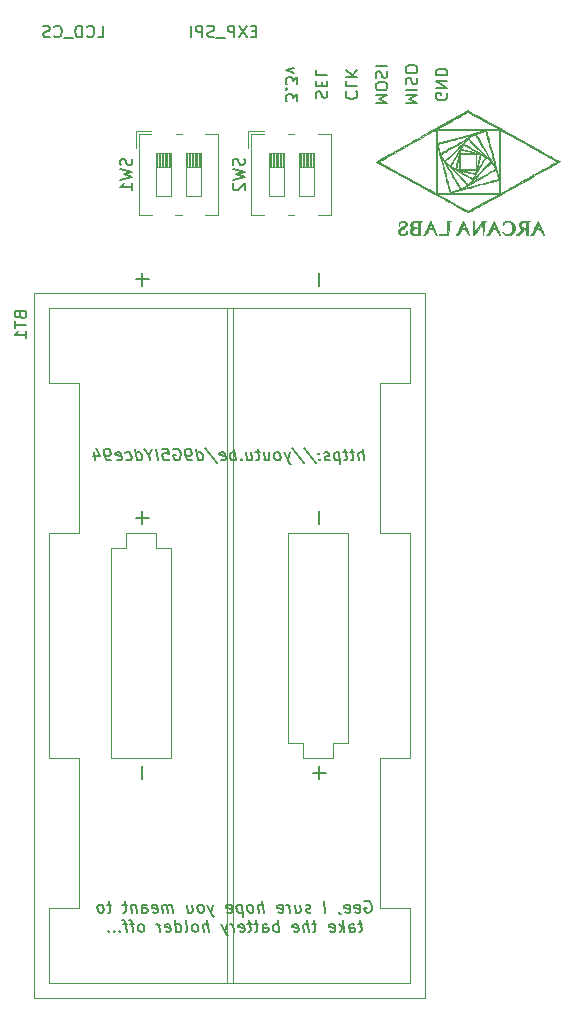
<source format=gbr>
G04 #@! TF.GenerationSoftware,KiCad,Pcbnew,5.1.5+dfsg1-2build2*
G04 #@! TF.CreationDate,2023-01-01T14:21:45-04:00*
G04 #@! TF.ProjectId,prototyping_backplane,70726f74-6f74-4797-9069-6e675f626163,B*
G04 #@! TF.SameCoordinates,Original*
G04 #@! TF.FileFunction,Legend,Bot*
G04 #@! TF.FilePolarity,Positive*
%FSLAX46Y46*%
G04 Gerber Fmt 4.6, Leading zero omitted, Abs format (unit mm)*
G04 Created by KiCad (PCBNEW 5.1.5+dfsg1-2build2) date 2023-01-01 14:21:45*
%MOMM*%
%LPD*%
G04 APERTURE LIST*
%ADD10C,0.150000*%
%ADD11C,0.120000*%
%ADD12C,0.010000*%
G04 APERTURE END LIST*
D10*
X169052619Y-47442380D02*
X169528809Y-47442380D01*
X169528809Y-46442380D01*
X168147857Y-47347142D02*
X168195476Y-47394761D01*
X168338333Y-47442380D01*
X168433571Y-47442380D01*
X168576428Y-47394761D01*
X168671666Y-47299523D01*
X168719285Y-47204285D01*
X168766904Y-47013809D01*
X168766904Y-46870952D01*
X168719285Y-46680476D01*
X168671666Y-46585238D01*
X168576428Y-46490000D01*
X168433571Y-46442380D01*
X168338333Y-46442380D01*
X168195476Y-46490000D01*
X168147857Y-46537619D01*
X167719285Y-47442380D02*
X167719285Y-46442380D01*
X167481190Y-46442380D01*
X167338333Y-46490000D01*
X167243095Y-46585238D01*
X167195476Y-46680476D01*
X167147857Y-46870952D01*
X167147857Y-47013809D01*
X167195476Y-47204285D01*
X167243095Y-47299523D01*
X167338333Y-47394761D01*
X167481190Y-47442380D01*
X167719285Y-47442380D01*
X166957380Y-47537619D02*
X166195476Y-47537619D01*
X165385952Y-47347142D02*
X165433571Y-47394761D01*
X165576428Y-47442380D01*
X165671666Y-47442380D01*
X165814523Y-47394761D01*
X165909761Y-47299523D01*
X165957380Y-47204285D01*
X166005000Y-47013809D01*
X166005000Y-46870952D01*
X165957380Y-46680476D01*
X165909761Y-46585238D01*
X165814523Y-46490000D01*
X165671666Y-46442380D01*
X165576428Y-46442380D01*
X165433571Y-46490000D01*
X165385952Y-46537619D01*
X165005000Y-47394761D02*
X164862142Y-47442380D01*
X164624047Y-47442380D01*
X164528809Y-47394761D01*
X164481190Y-47347142D01*
X164433571Y-47251904D01*
X164433571Y-47156666D01*
X164481190Y-47061428D01*
X164528809Y-47013809D01*
X164624047Y-46966190D01*
X164814523Y-46918571D01*
X164909761Y-46870952D01*
X164957380Y-46823333D01*
X165005000Y-46728095D01*
X165005000Y-46632857D01*
X164957380Y-46537619D01*
X164909761Y-46490000D01*
X164814523Y-46442380D01*
X164576428Y-46442380D01*
X164433571Y-46490000D01*
X198620000Y-52196904D02*
X198667619Y-52292142D01*
X198667619Y-52435000D01*
X198620000Y-52577857D01*
X198524761Y-52673095D01*
X198429523Y-52720714D01*
X198239047Y-52768333D01*
X198096190Y-52768333D01*
X197905714Y-52720714D01*
X197810476Y-52673095D01*
X197715238Y-52577857D01*
X197667619Y-52435000D01*
X197667619Y-52339761D01*
X197715238Y-52196904D01*
X197762857Y-52149285D01*
X198096190Y-52149285D01*
X198096190Y-52339761D01*
X197667619Y-51720714D02*
X198667619Y-51720714D01*
X197667619Y-51149285D01*
X198667619Y-51149285D01*
X197667619Y-50673095D02*
X198667619Y-50673095D01*
X198667619Y-50435000D01*
X198620000Y-50292142D01*
X198524761Y-50196904D01*
X198429523Y-50149285D01*
X198239047Y-50101666D01*
X198096190Y-50101666D01*
X197905714Y-50149285D01*
X197810476Y-50196904D01*
X197715238Y-50292142D01*
X197667619Y-50435000D01*
X197667619Y-50673095D01*
X195127619Y-53006428D02*
X196127619Y-53006428D01*
X195413333Y-52673095D01*
X196127619Y-52339761D01*
X195127619Y-52339761D01*
X195127619Y-51863571D02*
X196127619Y-51863571D01*
X195175238Y-51435000D02*
X195127619Y-51292142D01*
X195127619Y-51054047D01*
X195175238Y-50958809D01*
X195222857Y-50911190D01*
X195318095Y-50863571D01*
X195413333Y-50863571D01*
X195508571Y-50911190D01*
X195556190Y-50958809D01*
X195603809Y-51054047D01*
X195651428Y-51244523D01*
X195699047Y-51339761D01*
X195746666Y-51387380D01*
X195841904Y-51435000D01*
X195937142Y-51435000D01*
X196032380Y-51387380D01*
X196080000Y-51339761D01*
X196127619Y-51244523D01*
X196127619Y-51006428D01*
X196080000Y-50863571D01*
X196127619Y-50244523D02*
X196127619Y-50054047D01*
X196080000Y-49958809D01*
X195984761Y-49863571D01*
X195794285Y-49815952D01*
X195460952Y-49815952D01*
X195270476Y-49863571D01*
X195175238Y-49958809D01*
X195127619Y-50054047D01*
X195127619Y-50244523D01*
X195175238Y-50339761D01*
X195270476Y-50435000D01*
X195460952Y-50482619D01*
X195794285Y-50482619D01*
X195984761Y-50435000D01*
X196080000Y-50339761D01*
X196127619Y-50244523D01*
X192587619Y-53006428D02*
X193587619Y-53006428D01*
X192873333Y-52673095D01*
X193587619Y-52339761D01*
X192587619Y-52339761D01*
X193587619Y-51673095D02*
X193587619Y-51482619D01*
X193540000Y-51387380D01*
X193444761Y-51292142D01*
X193254285Y-51244523D01*
X192920952Y-51244523D01*
X192730476Y-51292142D01*
X192635238Y-51387380D01*
X192587619Y-51482619D01*
X192587619Y-51673095D01*
X192635238Y-51768333D01*
X192730476Y-51863571D01*
X192920952Y-51911190D01*
X193254285Y-51911190D01*
X193444761Y-51863571D01*
X193540000Y-51768333D01*
X193587619Y-51673095D01*
X192635238Y-50863571D02*
X192587619Y-50720714D01*
X192587619Y-50482619D01*
X192635238Y-50387380D01*
X192682857Y-50339761D01*
X192778095Y-50292142D01*
X192873333Y-50292142D01*
X192968571Y-50339761D01*
X193016190Y-50387380D01*
X193063809Y-50482619D01*
X193111428Y-50673095D01*
X193159047Y-50768333D01*
X193206666Y-50815952D01*
X193301904Y-50863571D01*
X193397142Y-50863571D01*
X193492380Y-50815952D01*
X193540000Y-50768333D01*
X193587619Y-50673095D01*
X193587619Y-50435000D01*
X193540000Y-50292142D01*
X192587619Y-49863571D02*
X193587619Y-49863571D01*
X190142857Y-52030238D02*
X190095238Y-52077857D01*
X190047619Y-52220714D01*
X190047619Y-52315952D01*
X190095238Y-52458809D01*
X190190476Y-52554047D01*
X190285714Y-52601666D01*
X190476190Y-52649285D01*
X190619047Y-52649285D01*
X190809523Y-52601666D01*
X190904761Y-52554047D01*
X191000000Y-52458809D01*
X191047619Y-52315952D01*
X191047619Y-52220714D01*
X191000000Y-52077857D01*
X190952380Y-52030238D01*
X190047619Y-51125476D02*
X190047619Y-51601666D01*
X191047619Y-51601666D01*
X190047619Y-50792142D02*
X191047619Y-50792142D01*
X190047619Y-50220714D02*
X190619047Y-50649285D01*
X191047619Y-50220714D02*
X190476190Y-50792142D01*
X187555238Y-52577857D02*
X187507619Y-52435000D01*
X187507619Y-52196904D01*
X187555238Y-52101666D01*
X187602857Y-52054047D01*
X187698095Y-52006428D01*
X187793333Y-52006428D01*
X187888571Y-52054047D01*
X187936190Y-52101666D01*
X187983809Y-52196904D01*
X188031428Y-52387380D01*
X188079047Y-52482619D01*
X188126666Y-52530238D01*
X188221904Y-52577857D01*
X188317142Y-52577857D01*
X188412380Y-52530238D01*
X188460000Y-52482619D01*
X188507619Y-52387380D01*
X188507619Y-52149285D01*
X188460000Y-52006428D01*
X188031428Y-51577857D02*
X188031428Y-51244523D01*
X187507619Y-51101666D02*
X187507619Y-51577857D01*
X188507619Y-51577857D01*
X188507619Y-51101666D01*
X187507619Y-50196904D02*
X187507619Y-50673095D01*
X188507619Y-50673095D01*
X185967619Y-52863571D02*
X185967619Y-52244523D01*
X185586666Y-52577857D01*
X185586666Y-52435000D01*
X185539047Y-52339761D01*
X185491428Y-52292142D01*
X185396190Y-52244523D01*
X185158095Y-52244523D01*
X185062857Y-52292142D01*
X185015238Y-52339761D01*
X184967619Y-52435000D01*
X184967619Y-52720714D01*
X185015238Y-52815952D01*
X185062857Y-52863571D01*
X185062857Y-51815952D02*
X185015238Y-51768333D01*
X184967619Y-51815952D01*
X185015238Y-51863571D01*
X185062857Y-51815952D01*
X184967619Y-51815952D01*
X185967619Y-51435000D02*
X185967619Y-50815952D01*
X185586666Y-51149285D01*
X185586666Y-51006428D01*
X185539047Y-50911190D01*
X185491428Y-50863571D01*
X185396190Y-50815952D01*
X185158095Y-50815952D01*
X185062857Y-50863571D01*
X185015238Y-50911190D01*
X184967619Y-51006428D01*
X184967619Y-51292142D01*
X185015238Y-51387380D01*
X185062857Y-51435000D01*
X185634285Y-50482619D02*
X184967619Y-50244523D01*
X185634285Y-50006428D01*
X191614556Y-83256380D02*
X191489556Y-82256380D01*
X191185985Y-83256380D02*
X191120508Y-82732571D01*
X191156223Y-82637333D01*
X191245508Y-82589714D01*
X191388366Y-82589714D01*
X191489556Y-82637333D01*
X191543127Y-82684952D01*
X190769318Y-82589714D02*
X190388366Y-82589714D01*
X190584794Y-82256380D02*
X190691937Y-83113523D01*
X190656223Y-83208761D01*
X190566937Y-83256380D01*
X190471699Y-83256380D01*
X190197889Y-82589714D02*
X189816937Y-82589714D01*
X190013366Y-82256380D02*
X190120508Y-83113523D01*
X190084794Y-83208761D01*
X189995508Y-83256380D01*
X189900270Y-83256380D01*
X189483604Y-82589714D02*
X189608604Y-83589714D01*
X189489556Y-82637333D02*
X189388366Y-82589714D01*
X189197889Y-82589714D01*
X189108604Y-82637333D01*
X189066937Y-82684952D01*
X189031223Y-82780190D01*
X189066937Y-83065904D01*
X189126461Y-83161142D01*
X189180032Y-83208761D01*
X189281223Y-83256380D01*
X189471699Y-83256380D01*
X189560985Y-83208761D01*
X188703842Y-83208761D02*
X188614556Y-83256380D01*
X188424080Y-83256380D01*
X188322889Y-83208761D01*
X188263366Y-83113523D01*
X188257413Y-83065904D01*
X188293127Y-82970666D01*
X188382413Y-82923047D01*
X188525270Y-82923047D01*
X188614556Y-82875428D01*
X188650270Y-82780190D01*
X188644318Y-82732571D01*
X188584794Y-82637333D01*
X188483604Y-82589714D01*
X188340747Y-82589714D01*
X188251461Y-82637333D01*
X187840747Y-83161142D02*
X187799080Y-83208761D01*
X187852651Y-83256380D01*
X187894318Y-83208761D01*
X187840747Y-83161142D01*
X187852651Y-83256380D01*
X187775270Y-82637333D02*
X187733604Y-82684952D01*
X187787175Y-82732571D01*
X187828842Y-82684952D01*
X187775270Y-82637333D01*
X187787175Y-82732571D01*
X186531223Y-82208761D02*
X187549080Y-83494476D01*
X185483604Y-82208761D02*
X186501461Y-83494476D01*
X185293127Y-82589714D02*
X185138366Y-83256380D01*
X184816937Y-82589714D02*
X185138366Y-83256380D01*
X185263366Y-83494476D01*
X185316937Y-83542095D01*
X185418127Y-83589714D01*
X184376461Y-83256380D02*
X184465747Y-83208761D01*
X184507413Y-83161142D01*
X184543127Y-83065904D01*
X184507413Y-82780190D01*
X184447889Y-82684952D01*
X184394318Y-82637333D01*
X184293127Y-82589714D01*
X184150270Y-82589714D01*
X184060985Y-82637333D01*
X184019318Y-82684952D01*
X183983604Y-82780190D01*
X184019318Y-83065904D01*
X184078842Y-83161142D01*
X184132413Y-83208761D01*
X184233604Y-83256380D01*
X184376461Y-83256380D01*
X183102651Y-82589714D02*
X183185985Y-83256380D01*
X183531223Y-82589714D02*
X183596699Y-83113523D01*
X183560985Y-83208761D01*
X183471699Y-83256380D01*
X183328842Y-83256380D01*
X183227651Y-83208761D01*
X183174080Y-83161142D01*
X182769318Y-82589714D02*
X182388366Y-82589714D01*
X182584794Y-82256380D02*
X182691937Y-83113523D01*
X182656223Y-83208761D01*
X182566937Y-83256380D01*
X182471699Y-83256380D01*
X181626461Y-82589714D02*
X181709794Y-83256380D01*
X182055032Y-82589714D02*
X182120508Y-83113523D01*
X182084794Y-83208761D01*
X181995508Y-83256380D01*
X181852651Y-83256380D01*
X181751461Y-83208761D01*
X181697889Y-83161142D01*
X181221699Y-83161142D02*
X181180032Y-83208761D01*
X181233604Y-83256380D01*
X181275270Y-83208761D01*
X181221699Y-83161142D01*
X181233604Y-83256380D01*
X180757413Y-83256380D02*
X180632413Y-82256380D01*
X180680032Y-82637333D02*
X180578842Y-82589714D01*
X180388366Y-82589714D01*
X180299080Y-82637333D01*
X180257413Y-82684952D01*
X180221699Y-82780190D01*
X180257413Y-83065904D01*
X180316937Y-83161142D01*
X180370508Y-83208761D01*
X180471699Y-83256380D01*
X180662175Y-83256380D01*
X180751461Y-83208761D01*
X179465747Y-83208761D02*
X179566937Y-83256380D01*
X179757413Y-83256380D01*
X179846699Y-83208761D01*
X179882413Y-83113523D01*
X179834794Y-82732571D01*
X179775270Y-82637333D01*
X179674080Y-82589714D01*
X179483604Y-82589714D01*
X179394318Y-82637333D01*
X179358604Y-82732571D01*
X179370508Y-82827809D01*
X179858604Y-82923047D01*
X178150270Y-82208761D02*
X179168127Y-83494476D01*
X177519318Y-83256380D02*
X177394318Y-82256380D01*
X177513366Y-83208761D02*
X177614556Y-83256380D01*
X177805032Y-83256380D01*
X177894318Y-83208761D01*
X177935985Y-83161142D01*
X177971699Y-83065904D01*
X177935985Y-82780190D01*
X177876461Y-82684952D01*
X177822889Y-82637333D01*
X177721699Y-82589714D01*
X177531223Y-82589714D01*
X177441937Y-82637333D01*
X176995508Y-83256380D02*
X176805032Y-83256380D01*
X176703842Y-83208761D01*
X176650270Y-83161142D01*
X176537175Y-83018285D01*
X176465747Y-82827809D01*
X176418127Y-82446857D01*
X176453842Y-82351619D01*
X176495508Y-82304000D01*
X176584794Y-82256380D01*
X176775270Y-82256380D01*
X176876461Y-82304000D01*
X176930032Y-82351619D01*
X176989556Y-82446857D01*
X177019318Y-82684952D01*
X176983604Y-82780190D01*
X176941937Y-82827809D01*
X176852651Y-82875428D01*
X176662175Y-82875428D01*
X176560985Y-82827809D01*
X176507413Y-82780190D01*
X176447889Y-82684952D01*
X175447889Y-82304000D02*
X175537175Y-82256380D01*
X175680032Y-82256380D01*
X175828842Y-82304000D01*
X175935985Y-82399238D01*
X175995508Y-82494476D01*
X176066937Y-82684952D01*
X176084794Y-82827809D01*
X176060985Y-83018285D01*
X176025270Y-83113523D01*
X175941937Y-83208761D01*
X175805032Y-83256380D01*
X175709794Y-83256380D01*
X175560985Y-83208761D01*
X175507413Y-83161142D01*
X175465747Y-82827809D01*
X175656223Y-82827809D01*
X174489556Y-82256380D02*
X174965747Y-82256380D01*
X175072889Y-82732571D01*
X175019318Y-82684952D01*
X174918127Y-82637333D01*
X174680032Y-82637333D01*
X174590747Y-82684952D01*
X174549080Y-82732571D01*
X174513366Y-82827809D01*
X174543127Y-83065904D01*
X174602651Y-83161142D01*
X174656223Y-83208761D01*
X174757413Y-83256380D01*
X174995508Y-83256380D01*
X175084794Y-83208761D01*
X175126461Y-83161142D01*
X174138366Y-83256380D02*
X174013366Y-82256380D01*
X173412175Y-82780190D02*
X173471699Y-83256380D01*
X173680032Y-82256380D02*
X173412175Y-82780190D01*
X173013366Y-82256380D01*
X172376461Y-83256380D02*
X172251461Y-82256380D01*
X172370508Y-83208761D02*
X172471699Y-83256380D01*
X172662175Y-83256380D01*
X172751461Y-83208761D01*
X172793127Y-83161142D01*
X172828842Y-83065904D01*
X172793127Y-82780190D01*
X172733604Y-82684952D01*
X172680032Y-82637333D01*
X172578842Y-82589714D01*
X172388366Y-82589714D01*
X172299080Y-82637333D01*
X171465747Y-83208761D02*
X171566937Y-83256380D01*
X171757413Y-83256380D01*
X171846699Y-83208761D01*
X171888366Y-83161142D01*
X171924080Y-83065904D01*
X171888366Y-82780190D01*
X171828842Y-82684952D01*
X171775270Y-82637333D01*
X171674080Y-82589714D01*
X171483604Y-82589714D01*
X171394318Y-82637333D01*
X170656223Y-83208761D02*
X170757413Y-83256380D01*
X170947889Y-83256380D01*
X171037175Y-83208761D01*
X171072889Y-83113523D01*
X171025270Y-82732571D01*
X170965747Y-82637333D01*
X170864556Y-82589714D01*
X170674080Y-82589714D01*
X170584794Y-82637333D01*
X170549080Y-82732571D01*
X170560985Y-82827809D01*
X171049080Y-82923047D01*
X170138366Y-83256380D02*
X169947889Y-83256380D01*
X169846699Y-83208761D01*
X169793127Y-83161142D01*
X169680032Y-83018285D01*
X169608604Y-82827809D01*
X169560985Y-82446857D01*
X169596699Y-82351619D01*
X169638366Y-82304000D01*
X169727651Y-82256380D01*
X169918127Y-82256380D01*
X170019318Y-82304000D01*
X170072889Y-82351619D01*
X170132413Y-82446857D01*
X170162175Y-82684952D01*
X170126461Y-82780190D01*
X170084794Y-82827809D01*
X169995508Y-82875428D01*
X169805032Y-82875428D01*
X169703842Y-82827809D01*
X169650270Y-82780190D01*
X169590747Y-82684952D01*
X168721699Y-82589714D02*
X168805032Y-83256380D01*
X168912175Y-82208761D02*
X169239556Y-82923047D01*
X168620508Y-82923047D01*
X191622556Y-120595000D02*
X191711842Y-120547380D01*
X191854699Y-120547380D01*
X192003508Y-120595000D01*
X192110651Y-120690238D01*
X192170175Y-120785476D01*
X192241604Y-120975952D01*
X192259461Y-121118809D01*
X192235651Y-121309285D01*
X192199937Y-121404523D01*
X192116604Y-121499761D01*
X191979699Y-121547380D01*
X191884461Y-121547380D01*
X191735651Y-121499761D01*
X191682080Y-121452142D01*
X191640413Y-121118809D01*
X191830889Y-121118809D01*
X190878508Y-121499761D02*
X190979699Y-121547380D01*
X191170175Y-121547380D01*
X191259461Y-121499761D01*
X191295175Y-121404523D01*
X191247556Y-121023571D01*
X191188032Y-120928333D01*
X191086842Y-120880714D01*
X190896366Y-120880714D01*
X190807080Y-120928333D01*
X190771366Y-121023571D01*
X190783270Y-121118809D01*
X191271366Y-121214047D01*
X190021366Y-121499761D02*
X190122556Y-121547380D01*
X190313032Y-121547380D01*
X190402318Y-121499761D01*
X190438032Y-121404523D01*
X190390413Y-121023571D01*
X190330889Y-120928333D01*
X190229699Y-120880714D01*
X190039223Y-120880714D01*
X189949937Y-120928333D01*
X189914223Y-121023571D01*
X189926127Y-121118809D01*
X190414223Y-121214047D01*
X189497556Y-121499761D02*
X189503508Y-121547380D01*
X189563032Y-121642619D01*
X189616604Y-121690238D01*
X188313032Y-121547380D02*
X188188032Y-120547380D01*
X187116604Y-121499761D02*
X187027318Y-121547380D01*
X186836842Y-121547380D01*
X186735651Y-121499761D01*
X186676127Y-121404523D01*
X186670175Y-121356904D01*
X186705889Y-121261666D01*
X186795175Y-121214047D01*
X186938032Y-121214047D01*
X187027318Y-121166428D01*
X187063032Y-121071190D01*
X187057080Y-121023571D01*
X186997556Y-120928333D01*
X186896366Y-120880714D01*
X186753508Y-120880714D01*
X186664223Y-120928333D01*
X185753508Y-120880714D02*
X185836842Y-121547380D01*
X186182080Y-120880714D02*
X186247556Y-121404523D01*
X186211842Y-121499761D01*
X186122556Y-121547380D01*
X185979699Y-121547380D01*
X185878508Y-121499761D01*
X185824937Y-121452142D01*
X185360651Y-121547380D02*
X185277318Y-120880714D01*
X185301127Y-121071190D02*
X185241604Y-120975952D01*
X185188032Y-120928333D01*
X185086842Y-120880714D01*
X184991604Y-120880714D01*
X184354699Y-121499761D02*
X184455889Y-121547380D01*
X184646366Y-121547380D01*
X184735651Y-121499761D01*
X184771366Y-121404523D01*
X184723747Y-121023571D01*
X184664223Y-120928333D01*
X184563032Y-120880714D01*
X184372556Y-120880714D01*
X184283270Y-120928333D01*
X184247556Y-121023571D01*
X184259461Y-121118809D01*
X184747556Y-121214047D01*
X183122556Y-121547380D02*
X182997556Y-120547380D01*
X182693985Y-121547380D02*
X182628508Y-121023571D01*
X182664223Y-120928333D01*
X182753508Y-120880714D01*
X182896366Y-120880714D01*
X182997556Y-120928333D01*
X183051127Y-120975952D01*
X182074937Y-121547380D02*
X182164223Y-121499761D01*
X182205889Y-121452142D01*
X182241604Y-121356904D01*
X182205889Y-121071190D01*
X182146366Y-120975952D01*
X182092794Y-120928333D01*
X181991604Y-120880714D01*
X181848747Y-120880714D01*
X181759461Y-120928333D01*
X181717794Y-120975952D01*
X181682080Y-121071190D01*
X181717794Y-121356904D01*
X181777318Y-121452142D01*
X181830889Y-121499761D01*
X181932080Y-121547380D01*
X182074937Y-121547380D01*
X181229699Y-120880714D02*
X181354699Y-121880714D01*
X181235651Y-120928333D02*
X181134461Y-120880714D01*
X180943985Y-120880714D01*
X180854699Y-120928333D01*
X180813032Y-120975952D01*
X180777318Y-121071190D01*
X180813032Y-121356904D01*
X180872556Y-121452142D01*
X180926127Y-121499761D01*
X181027318Y-121547380D01*
X181217794Y-121547380D01*
X181307080Y-121499761D01*
X180021366Y-121499761D02*
X180122556Y-121547380D01*
X180313032Y-121547380D01*
X180402318Y-121499761D01*
X180438032Y-121404523D01*
X180390413Y-121023571D01*
X180330889Y-120928333D01*
X180229699Y-120880714D01*
X180039223Y-120880714D01*
X179949937Y-120928333D01*
X179914223Y-121023571D01*
X179926127Y-121118809D01*
X180414223Y-121214047D01*
X178801127Y-120880714D02*
X178646366Y-121547380D01*
X178324937Y-120880714D02*
X178646366Y-121547380D01*
X178771366Y-121785476D01*
X178824937Y-121833095D01*
X178926127Y-121880714D01*
X177884461Y-121547380D02*
X177973747Y-121499761D01*
X178015413Y-121452142D01*
X178051127Y-121356904D01*
X178015413Y-121071190D01*
X177955889Y-120975952D01*
X177902318Y-120928333D01*
X177801127Y-120880714D01*
X177658270Y-120880714D01*
X177568985Y-120928333D01*
X177527318Y-120975952D01*
X177491604Y-121071190D01*
X177527318Y-121356904D01*
X177586842Y-121452142D01*
X177640413Y-121499761D01*
X177741604Y-121547380D01*
X177884461Y-121547380D01*
X176610651Y-120880714D02*
X176693985Y-121547380D01*
X177039223Y-120880714D02*
X177104699Y-121404523D01*
X177068985Y-121499761D01*
X176979699Y-121547380D01*
X176836842Y-121547380D01*
X176735651Y-121499761D01*
X176682080Y-121452142D01*
X175455889Y-121547380D02*
X175372556Y-120880714D01*
X175384461Y-120975952D02*
X175330889Y-120928333D01*
X175229699Y-120880714D01*
X175086842Y-120880714D01*
X174997556Y-120928333D01*
X174961842Y-121023571D01*
X175027318Y-121547380D01*
X174961842Y-121023571D02*
X174902318Y-120928333D01*
X174801127Y-120880714D01*
X174658270Y-120880714D01*
X174568985Y-120928333D01*
X174533270Y-121023571D01*
X174598747Y-121547380D01*
X173735651Y-121499761D02*
X173836842Y-121547380D01*
X174027318Y-121547380D01*
X174116604Y-121499761D01*
X174152318Y-121404523D01*
X174104699Y-121023571D01*
X174045175Y-120928333D01*
X173943985Y-120880714D01*
X173753508Y-120880714D01*
X173664223Y-120928333D01*
X173628508Y-121023571D01*
X173640413Y-121118809D01*
X174128508Y-121214047D01*
X172836842Y-121547380D02*
X172771366Y-121023571D01*
X172807080Y-120928333D01*
X172896366Y-120880714D01*
X173086842Y-120880714D01*
X173188032Y-120928333D01*
X172830889Y-121499761D02*
X172932080Y-121547380D01*
X173170175Y-121547380D01*
X173259461Y-121499761D01*
X173295175Y-121404523D01*
X173283270Y-121309285D01*
X173223747Y-121214047D01*
X173122556Y-121166428D01*
X172884461Y-121166428D01*
X172783270Y-121118809D01*
X172277318Y-120880714D02*
X172360651Y-121547380D01*
X172289223Y-120975952D02*
X172235651Y-120928333D01*
X172134461Y-120880714D01*
X171991604Y-120880714D01*
X171902318Y-120928333D01*
X171866604Y-121023571D01*
X171932080Y-121547380D01*
X171515413Y-120880714D02*
X171134461Y-120880714D01*
X171330889Y-120547380D02*
X171438032Y-121404523D01*
X171402318Y-121499761D01*
X171313032Y-121547380D01*
X171217794Y-121547380D01*
X170182080Y-120880714D02*
X169801127Y-120880714D01*
X169997556Y-120547380D02*
X170104699Y-121404523D01*
X170068985Y-121499761D01*
X169979699Y-121547380D01*
X169884461Y-121547380D01*
X169408270Y-121547380D02*
X169497556Y-121499761D01*
X169539223Y-121452142D01*
X169574937Y-121356904D01*
X169539223Y-121071190D01*
X169479699Y-120975952D01*
X169426127Y-120928333D01*
X169324937Y-120880714D01*
X169182080Y-120880714D01*
X169092794Y-120928333D01*
X169051127Y-120975952D01*
X169015413Y-121071190D01*
X169051127Y-121356904D01*
X169110651Y-121452142D01*
X169164223Y-121499761D01*
X169265413Y-121547380D01*
X169408270Y-121547380D01*
X191467794Y-122530714D02*
X191086842Y-122530714D01*
X191283270Y-122197380D02*
X191390413Y-123054523D01*
X191354699Y-123149761D01*
X191265413Y-123197380D01*
X191170175Y-123197380D01*
X190408270Y-123197380D02*
X190342794Y-122673571D01*
X190378508Y-122578333D01*
X190467794Y-122530714D01*
X190658270Y-122530714D01*
X190759461Y-122578333D01*
X190402318Y-123149761D02*
X190503508Y-123197380D01*
X190741604Y-123197380D01*
X190830889Y-123149761D01*
X190866604Y-123054523D01*
X190854699Y-122959285D01*
X190795175Y-122864047D01*
X190693985Y-122816428D01*
X190455889Y-122816428D01*
X190354699Y-122768809D01*
X189932080Y-123197380D02*
X189807080Y-122197380D01*
X189789223Y-122816428D02*
X189551127Y-123197380D01*
X189467794Y-122530714D02*
X189896366Y-122911666D01*
X188735651Y-123149761D02*
X188836842Y-123197380D01*
X189027318Y-123197380D01*
X189116604Y-123149761D01*
X189152318Y-123054523D01*
X189104699Y-122673571D01*
X189045175Y-122578333D01*
X188943985Y-122530714D01*
X188753508Y-122530714D01*
X188664223Y-122578333D01*
X188628508Y-122673571D01*
X188640413Y-122768809D01*
X189128508Y-122864047D01*
X187563032Y-122530714D02*
X187182080Y-122530714D01*
X187378508Y-122197380D02*
X187485651Y-123054523D01*
X187449937Y-123149761D01*
X187360651Y-123197380D01*
X187265413Y-123197380D01*
X186932080Y-123197380D02*
X186807080Y-122197380D01*
X186503508Y-123197380D02*
X186438032Y-122673571D01*
X186473747Y-122578333D01*
X186563032Y-122530714D01*
X186705889Y-122530714D01*
X186807080Y-122578333D01*
X186860651Y-122625952D01*
X185640413Y-123149761D02*
X185741604Y-123197380D01*
X185932080Y-123197380D01*
X186021366Y-123149761D01*
X186057080Y-123054523D01*
X186009461Y-122673571D01*
X185949937Y-122578333D01*
X185848747Y-122530714D01*
X185658270Y-122530714D01*
X185568985Y-122578333D01*
X185533270Y-122673571D01*
X185545175Y-122768809D01*
X186033270Y-122864047D01*
X184408270Y-123197380D02*
X184283270Y-122197380D01*
X184330889Y-122578333D02*
X184229699Y-122530714D01*
X184039223Y-122530714D01*
X183949937Y-122578333D01*
X183908270Y-122625952D01*
X183872556Y-122721190D01*
X183908270Y-123006904D01*
X183967794Y-123102142D01*
X184021366Y-123149761D01*
X184122556Y-123197380D01*
X184313032Y-123197380D01*
X184402318Y-123149761D01*
X183074937Y-123197380D02*
X183009461Y-122673571D01*
X183045175Y-122578333D01*
X183134461Y-122530714D01*
X183324937Y-122530714D01*
X183426127Y-122578333D01*
X183068985Y-123149761D02*
X183170175Y-123197380D01*
X183408270Y-123197380D01*
X183497556Y-123149761D01*
X183533270Y-123054523D01*
X183521366Y-122959285D01*
X183461842Y-122864047D01*
X183360651Y-122816428D01*
X183122556Y-122816428D01*
X183021366Y-122768809D01*
X182658270Y-122530714D02*
X182277318Y-122530714D01*
X182473747Y-122197380D02*
X182580889Y-123054523D01*
X182545175Y-123149761D01*
X182455889Y-123197380D01*
X182360651Y-123197380D01*
X182086842Y-122530714D02*
X181705889Y-122530714D01*
X181902318Y-122197380D02*
X182009461Y-123054523D01*
X181973747Y-123149761D01*
X181884461Y-123197380D01*
X181789223Y-123197380D01*
X181068985Y-123149761D02*
X181170175Y-123197380D01*
X181360651Y-123197380D01*
X181449937Y-123149761D01*
X181485651Y-123054523D01*
X181438032Y-122673571D01*
X181378508Y-122578333D01*
X181277318Y-122530714D01*
X181086842Y-122530714D01*
X180997556Y-122578333D01*
X180961842Y-122673571D01*
X180973747Y-122768809D01*
X181461842Y-122864047D01*
X180598747Y-123197380D02*
X180515413Y-122530714D01*
X180539223Y-122721190D02*
X180479699Y-122625952D01*
X180426127Y-122578333D01*
X180324937Y-122530714D01*
X180229699Y-122530714D01*
X179991604Y-122530714D02*
X179836842Y-123197380D01*
X179515413Y-122530714D02*
X179836842Y-123197380D01*
X179961842Y-123435476D01*
X180015413Y-123483095D01*
X180116604Y-123530714D01*
X178455889Y-123197380D02*
X178330889Y-122197380D01*
X178027318Y-123197380D02*
X177961842Y-122673571D01*
X177997556Y-122578333D01*
X178086842Y-122530714D01*
X178229699Y-122530714D01*
X178330889Y-122578333D01*
X178384461Y-122625952D01*
X177408270Y-123197380D02*
X177497556Y-123149761D01*
X177539223Y-123102142D01*
X177574937Y-123006904D01*
X177539223Y-122721190D01*
X177479699Y-122625952D01*
X177426127Y-122578333D01*
X177324937Y-122530714D01*
X177182080Y-122530714D01*
X177092794Y-122578333D01*
X177051127Y-122625952D01*
X177015413Y-122721190D01*
X177051127Y-123006904D01*
X177110651Y-123102142D01*
X177164223Y-123149761D01*
X177265413Y-123197380D01*
X177408270Y-123197380D01*
X176503508Y-123197380D02*
X176592794Y-123149761D01*
X176628508Y-123054523D01*
X176521366Y-122197380D01*
X175693985Y-123197380D02*
X175568985Y-122197380D01*
X175688032Y-123149761D02*
X175789223Y-123197380D01*
X175979699Y-123197380D01*
X176068985Y-123149761D01*
X176110651Y-123102142D01*
X176146366Y-123006904D01*
X176110651Y-122721190D01*
X176051127Y-122625952D01*
X175997556Y-122578333D01*
X175896366Y-122530714D01*
X175705889Y-122530714D01*
X175616604Y-122578333D01*
X174830889Y-123149761D02*
X174932080Y-123197380D01*
X175122556Y-123197380D01*
X175211842Y-123149761D01*
X175247556Y-123054523D01*
X175199937Y-122673571D01*
X175140413Y-122578333D01*
X175039223Y-122530714D01*
X174848747Y-122530714D01*
X174759461Y-122578333D01*
X174723747Y-122673571D01*
X174735651Y-122768809D01*
X175223747Y-122864047D01*
X174360651Y-123197380D02*
X174277318Y-122530714D01*
X174301127Y-122721190D02*
X174241604Y-122625952D01*
X174188032Y-122578333D01*
X174086842Y-122530714D01*
X173991604Y-122530714D01*
X172836842Y-123197380D02*
X172926127Y-123149761D01*
X172967794Y-123102142D01*
X173003508Y-123006904D01*
X172967794Y-122721190D01*
X172908270Y-122625952D01*
X172854699Y-122578333D01*
X172753508Y-122530714D01*
X172610651Y-122530714D01*
X172521366Y-122578333D01*
X172479699Y-122625952D01*
X172443985Y-122721190D01*
X172479699Y-123006904D01*
X172539223Y-123102142D01*
X172592794Y-123149761D01*
X172693985Y-123197380D01*
X172836842Y-123197380D01*
X172134461Y-122530714D02*
X171753508Y-122530714D01*
X172074937Y-123197380D02*
X171967794Y-122340238D01*
X171908270Y-122245000D01*
X171807080Y-122197380D01*
X171711842Y-122197380D01*
X171563032Y-122530714D02*
X171182080Y-122530714D01*
X171503508Y-123197380D02*
X171396366Y-122340238D01*
X171336842Y-122245000D01*
X171235651Y-122197380D01*
X171140413Y-122197380D01*
X170920175Y-123102142D02*
X170878508Y-123149761D01*
X170932080Y-123197380D01*
X170973747Y-123149761D01*
X170920175Y-123102142D01*
X170932080Y-123197380D01*
X170443985Y-123102142D02*
X170402318Y-123149761D01*
X170455889Y-123197380D01*
X170497556Y-123149761D01*
X170443985Y-123102142D01*
X170455889Y-123197380D01*
X169967794Y-123102142D02*
X169926127Y-123149761D01*
X169979699Y-123197380D01*
X170021366Y-123149761D01*
X169967794Y-123102142D01*
X169979699Y-123197380D01*
D11*
X195505000Y-121130000D02*
X192965000Y-121130000D01*
X195505000Y-127505000D02*
X195505000Y-121130000D01*
X164925000Y-127505000D02*
X195505000Y-127505000D01*
X164925000Y-121130000D02*
X167465000Y-121130000D01*
X164925000Y-127505000D02*
X164925000Y-121130000D01*
X192965000Y-76680000D02*
X192965000Y-89380000D01*
X195505000Y-76680000D02*
X192965000Y-76680000D01*
X195505000Y-70335000D02*
X195505000Y-76680000D01*
X164925000Y-70335000D02*
X195505000Y-70335000D01*
X164925000Y-76680000D02*
X164925000Y-70335000D01*
X167465000Y-76680000D02*
X164925000Y-76680000D01*
X167465000Y-76680000D02*
X167465000Y-89380000D01*
X192965000Y-121130000D02*
X192965000Y-108430000D01*
X164925000Y-89380000D02*
X167465000Y-89380000D01*
X164925000Y-108430000D02*
X164925000Y-89380000D01*
X167465000Y-108430000D02*
X164925000Y-108430000D01*
X167465000Y-121130000D02*
X167465000Y-108430000D01*
X195505000Y-108430000D02*
X192965000Y-108430000D01*
X195505000Y-89380000D02*
X195505000Y-108430000D01*
X192965000Y-89380000D02*
X195505000Y-89380000D01*
X180469000Y-127505000D02*
X180469000Y-70335000D01*
X179961000Y-70335000D02*
X179961000Y-127505000D01*
X170180000Y-108430000D02*
X171450000Y-108430000D01*
X170180000Y-90650000D02*
X170180000Y-108430000D01*
X171450000Y-90650000D02*
X170180000Y-90650000D01*
X171450000Y-89380000D02*
X171450000Y-90650000D01*
X173990000Y-89380000D02*
X171450000Y-89380000D01*
X173990000Y-90650000D02*
X173990000Y-89380000D01*
X175260000Y-90650000D02*
X173990000Y-90650000D01*
X175260000Y-108430000D02*
X175260000Y-90650000D01*
X171450000Y-108430000D02*
X175260000Y-108430000D01*
X190250000Y-107160000D02*
X190250000Y-89380000D01*
X188980000Y-107160000D02*
X190250000Y-107160000D01*
X188980000Y-108430000D02*
X188980000Y-107160000D01*
X186440000Y-108430000D02*
X188980000Y-108430000D01*
X186440000Y-107160000D02*
X186440000Y-108430000D01*
X185170000Y-107160000D02*
X186440000Y-107160000D01*
X185170000Y-89380000D02*
X185170000Y-107160000D01*
X190250000Y-89380000D02*
X185170000Y-89380000D01*
X163655000Y-128775000D02*
X163655000Y-69065000D01*
X163655000Y-69065000D02*
X196775000Y-69065000D01*
X196775000Y-69065000D02*
X196775000Y-128775000D01*
X196775000Y-128775000D02*
X163655000Y-128775000D01*
D12*
G36*
X203648440Y-62979472D02*
G01*
X203536254Y-63011696D01*
X203442485Y-63053324D01*
X203382666Y-63099314D01*
X203348741Y-63159307D01*
X203332657Y-63242943D01*
X203331385Y-63256912D01*
X203329636Y-63330367D01*
X203338307Y-63366451D01*
X203355469Y-63363723D01*
X203379194Y-63320742D01*
X203387620Y-63298909D01*
X203449084Y-63183726D01*
X203536796Y-63098975D01*
X203645927Y-63048181D01*
X203750333Y-63034334D01*
X203873264Y-63053320D01*
X203977172Y-63108959D01*
X204060349Y-63199275D01*
X204121085Y-63322288D01*
X204157671Y-63476022D01*
X204161972Y-63510584D01*
X204164245Y-63675553D01*
X204135266Y-63820657D01*
X204077253Y-63942339D01*
X203992425Y-64037042D01*
X203882999Y-64101211D01*
X203776545Y-64128541D01*
X203654735Y-64126352D01*
X203541997Y-64084679D01*
X203434832Y-64002172D01*
X203426048Y-63993415D01*
X203374815Y-63944778D01*
X203335250Y-63913363D01*
X203316138Y-63905973D01*
X203318798Y-63930391D01*
X203345838Y-63973515D01*
X203389490Y-64026510D01*
X203441982Y-64080542D01*
X203495545Y-64126775D01*
X203531542Y-64150905D01*
X203637241Y-64190644D01*
X203763164Y-64209483D01*
X203891863Y-64205825D01*
X203968064Y-64190819D01*
X204096751Y-64133497D01*
X204206001Y-64039098D01*
X204287851Y-63922807D01*
X204319052Y-63864422D01*
X204338447Y-63814451D01*
X204348801Y-63759537D01*
X204352879Y-63686325D01*
X204353481Y-63605834D01*
X204352002Y-63505664D01*
X204346057Y-63434480D01*
X204333206Y-63378984D01*
X204311009Y-63325877D01*
X204297163Y-63298917D01*
X204203433Y-63163067D01*
X204087177Y-63061492D01*
X203952915Y-62995897D01*
X203805163Y-62967989D01*
X203648440Y-62979472D01*
G37*
X203648440Y-62979472D02*
X203536254Y-63011696D01*
X203442485Y-63053324D01*
X203382666Y-63099314D01*
X203348741Y-63159307D01*
X203332657Y-63242943D01*
X203331385Y-63256912D01*
X203329636Y-63330367D01*
X203338307Y-63366451D01*
X203355469Y-63363723D01*
X203379194Y-63320742D01*
X203387620Y-63298909D01*
X203449084Y-63183726D01*
X203536796Y-63098975D01*
X203645927Y-63048181D01*
X203750333Y-63034334D01*
X203873264Y-63053320D01*
X203977172Y-63108959D01*
X204060349Y-63199275D01*
X204121085Y-63322288D01*
X204157671Y-63476022D01*
X204161972Y-63510584D01*
X204164245Y-63675553D01*
X204135266Y-63820657D01*
X204077253Y-63942339D01*
X203992425Y-64037042D01*
X203882999Y-64101211D01*
X203776545Y-64128541D01*
X203654735Y-64126352D01*
X203541997Y-64084679D01*
X203434832Y-64002172D01*
X203426048Y-63993415D01*
X203374815Y-63944778D01*
X203335250Y-63913363D01*
X203316138Y-63905973D01*
X203318798Y-63930391D01*
X203345838Y-63973515D01*
X203389490Y-64026510D01*
X203441982Y-64080542D01*
X203495545Y-64126775D01*
X203531542Y-64150905D01*
X203637241Y-64190644D01*
X203763164Y-64209483D01*
X203891863Y-64205825D01*
X203968064Y-64190819D01*
X204096751Y-64133497D01*
X204206001Y-64039098D01*
X204287851Y-63922807D01*
X204319052Y-63864422D01*
X204338447Y-63814451D01*
X204348801Y-63759537D01*
X204352879Y-63686325D01*
X204353481Y-63605834D01*
X204352002Y-63505664D01*
X204346057Y-63434480D01*
X204333206Y-63378984D01*
X204311009Y-63325877D01*
X204297163Y-63298917D01*
X204203433Y-63163067D01*
X204087177Y-63061492D01*
X203952915Y-62995897D01*
X203805163Y-62967989D01*
X203648440Y-62979472D01*
G36*
X194730663Y-62992926D02*
G01*
X194621508Y-63041561D01*
X194569580Y-63081367D01*
X194542565Y-63113740D01*
X194527935Y-63155096D01*
X194522241Y-63218619D01*
X194521666Y-63264506D01*
X194524642Y-63341548D01*
X194533720Y-63376731D01*
X194549126Y-63370121D01*
X194571086Y-63321781D01*
X194584428Y-63282504D01*
X194636049Y-63176355D01*
X194711416Y-63097792D01*
X194799756Y-63054713D01*
X194893898Y-63044944D01*
X194978659Y-63064122D01*
X195045400Y-63107460D01*
X195085486Y-63170171D01*
X195093166Y-63217336D01*
X195078395Y-63271958D01*
X195032275Y-63330911D01*
X194952099Y-63396688D01*
X194835160Y-63471784D01*
X194786336Y-63500000D01*
X194645904Y-63586373D01*
X194544003Y-63666539D01*
X194478081Y-63744508D01*
X194445587Y-63824287D01*
X194443968Y-63909886D01*
X194468412Y-63999478D01*
X194525026Y-64091875D01*
X194610984Y-64160869D01*
X194718673Y-64203702D01*
X194840479Y-64217620D01*
X194968789Y-64199865D01*
X194997916Y-64191177D01*
X195102808Y-64152546D01*
X195172795Y-64113514D01*
X195214646Y-64066219D01*
X195235127Y-64002800D01*
X195241006Y-63915394D01*
X195241044Y-63908708D01*
X195235624Y-63848544D01*
X195221886Y-63811244D01*
X195204296Y-63803122D01*
X195187318Y-63830494D01*
X195186832Y-63832034D01*
X195134600Y-63962166D01*
X195068780Y-64054032D01*
X194986380Y-64110354D01*
X194884405Y-64133852D01*
X194853650Y-64134921D01*
X194742634Y-64122079D01*
X194663938Y-64083926D01*
X194618736Y-64021319D01*
X194607477Y-63955084D01*
X194613818Y-63905714D01*
X194636750Y-63860315D01*
X194681629Y-63813292D01*
X194753810Y-63759053D01*
X194858649Y-63692003D01*
X194860333Y-63690972D01*
X194946709Y-63637048D01*
X195027587Y-63584712D01*
X195090599Y-63542045D01*
X195111287Y-63527053D01*
X195188231Y-63445624D01*
X195229766Y-63350609D01*
X195236406Y-63250486D01*
X195208667Y-63153728D01*
X195147066Y-63068811D01*
X195080380Y-63018807D01*
X194973355Y-62979925D01*
X194852365Y-62971839D01*
X194730663Y-62992926D01*
G37*
X194730663Y-62992926D02*
X194621508Y-63041561D01*
X194569580Y-63081367D01*
X194542565Y-63113740D01*
X194527935Y-63155096D01*
X194522241Y-63218619D01*
X194521666Y-63264506D01*
X194524642Y-63341548D01*
X194533720Y-63376731D01*
X194549126Y-63370121D01*
X194571086Y-63321781D01*
X194584428Y-63282504D01*
X194636049Y-63176355D01*
X194711416Y-63097792D01*
X194799756Y-63054713D01*
X194893898Y-63044944D01*
X194978659Y-63064122D01*
X195045400Y-63107460D01*
X195085486Y-63170171D01*
X195093166Y-63217336D01*
X195078395Y-63271958D01*
X195032275Y-63330911D01*
X194952099Y-63396688D01*
X194835160Y-63471784D01*
X194786336Y-63500000D01*
X194645904Y-63586373D01*
X194544003Y-63666539D01*
X194478081Y-63744508D01*
X194445587Y-63824287D01*
X194443968Y-63909886D01*
X194468412Y-63999478D01*
X194525026Y-64091875D01*
X194610984Y-64160869D01*
X194718673Y-64203702D01*
X194840479Y-64217620D01*
X194968789Y-64199865D01*
X194997916Y-64191177D01*
X195102808Y-64152546D01*
X195172795Y-64113514D01*
X195214646Y-64066219D01*
X195235127Y-64002800D01*
X195241006Y-63915394D01*
X195241044Y-63908708D01*
X195235624Y-63848544D01*
X195221886Y-63811244D01*
X195204296Y-63803122D01*
X195187318Y-63830494D01*
X195186832Y-63832034D01*
X195134600Y-63962166D01*
X195068780Y-64054032D01*
X194986380Y-64110354D01*
X194884405Y-64133852D01*
X194853650Y-64134921D01*
X194742634Y-64122079D01*
X194663938Y-64083926D01*
X194618736Y-64021319D01*
X194607477Y-63955084D01*
X194613818Y-63905714D01*
X194636750Y-63860315D01*
X194681629Y-63813292D01*
X194753810Y-63759053D01*
X194858649Y-63692003D01*
X194860333Y-63690972D01*
X194946709Y-63637048D01*
X195027587Y-63584712D01*
X195090599Y-63542045D01*
X195111287Y-63527053D01*
X195188231Y-63445624D01*
X195229766Y-63350609D01*
X195236406Y-63250486D01*
X195208667Y-63153728D01*
X195147066Y-63068811D01*
X195080380Y-63018807D01*
X194973355Y-62979925D01*
X194852365Y-62971839D01*
X194730663Y-62992926D01*
G36*
X206291010Y-62997410D02*
G01*
X206263605Y-63052112D01*
X206225307Y-63135161D01*
X206178586Y-63241101D01*
X206125915Y-63364475D01*
X206086543Y-63458980D01*
X206013339Y-63635831D01*
X205953840Y-63777537D01*
X205905916Y-63888212D01*
X205867436Y-63971972D01*
X205836270Y-64032929D01*
X205810286Y-64075201D01*
X205787355Y-64102900D01*
X205765346Y-64120141D01*
X205742128Y-64131040D01*
X205737739Y-64132617D01*
X205690042Y-64157348D01*
X205679287Y-64180779D01*
X205705802Y-64195849D01*
X205734708Y-64198035D01*
X205810486Y-64184444D01*
X205893023Y-64150458D01*
X205965093Y-64104660D01*
X206004908Y-64063392D01*
X206025341Y-64025280D01*
X206058007Y-63956351D01*
X206099104Y-63864965D01*
X206144827Y-63759483D01*
X206166976Y-63707076D01*
X206213609Y-63595899D01*
X206256943Y-63492775D01*
X206293190Y-63406700D01*
X206318567Y-63346670D01*
X206325381Y-63330667D01*
X206357094Y-63256584D01*
X206417256Y-63387989D01*
X206460252Y-63482396D01*
X206485454Y-63544666D01*
X206491971Y-63581472D01*
X206478917Y-63599486D01*
X206445403Y-63605383D01*
X206390540Y-63605834D01*
X206388259Y-63605834D01*
X206321553Y-63609392D01*
X206273550Y-63618552D01*
X206258583Y-63627000D01*
X206265177Y-63643557D01*
X206289927Y-63648167D01*
X206373251Y-63667033D01*
X206461819Y-63718745D01*
X206547541Y-63795970D01*
X206622323Y-63891375D01*
X206678074Y-63997628D01*
X206679445Y-64001105D01*
X206723518Y-64103235D01*
X206761678Y-64167101D01*
X206796094Y-64195996D01*
X206809404Y-64198500D01*
X206837303Y-64190432D01*
X206840666Y-64183835D01*
X206832490Y-64155497D01*
X206809637Y-64095669D01*
X206774620Y-64010017D01*
X206729953Y-63904206D01*
X206678148Y-63783901D01*
X206621720Y-63654767D01*
X206563182Y-63522470D01*
X206505046Y-63392674D01*
X206449826Y-63271046D01*
X206400037Y-63163250D01*
X206358190Y-63074952D01*
X206326799Y-63011816D01*
X206308377Y-62979509D01*
X206305051Y-62976511D01*
X206291010Y-62997410D01*
G37*
X206291010Y-62997410D02*
X206263605Y-63052112D01*
X206225307Y-63135161D01*
X206178586Y-63241101D01*
X206125915Y-63364475D01*
X206086543Y-63458980D01*
X206013339Y-63635831D01*
X205953840Y-63777537D01*
X205905916Y-63888212D01*
X205867436Y-63971972D01*
X205836270Y-64032929D01*
X205810286Y-64075201D01*
X205787355Y-64102900D01*
X205765346Y-64120141D01*
X205742128Y-64131040D01*
X205737739Y-64132617D01*
X205690042Y-64157348D01*
X205679287Y-64180779D01*
X205705802Y-64195849D01*
X205734708Y-64198035D01*
X205810486Y-64184444D01*
X205893023Y-64150458D01*
X205965093Y-64104660D01*
X206004908Y-64063392D01*
X206025341Y-64025280D01*
X206058007Y-63956351D01*
X206099104Y-63864965D01*
X206144827Y-63759483D01*
X206166976Y-63707076D01*
X206213609Y-63595899D01*
X206256943Y-63492775D01*
X206293190Y-63406700D01*
X206318567Y-63346670D01*
X206325381Y-63330667D01*
X206357094Y-63256584D01*
X206417256Y-63387989D01*
X206460252Y-63482396D01*
X206485454Y-63544666D01*
X206491971Y-63581472D01*
X206478917Y-63599486D01*
X206445403Y-63605383D01*
X206390540Y-63605834D01*
X206388259Y-63605834D01*
X206321553Y-63609392D01*
X206273550Y-63618552D01*
X206258583Y-63627000D01*
X206265177Y-63643557D01*
X206289927Y-63648167D01*
X206373251Y-63667033D01*
X206461819Y-63718745D01*
X206547541Y-63795970D01*
X206622323Y-63891375D01*
X206678074Y-63997628D01*
X206679445Y-64001105D01*
X206723518Y-64103235D01*
X206761678Y-64167101D01*
X206796094Y-64195996D01*
X206809404Y-64198500D01*
X206837303Y-64190432D01*
X206840666Y-64183835D01*
X206832490Y-64155497D01*
X206809637Y-64095669D01*
X206774620Y-64010017D01*
X206729953Y-63904206D01*
X206678148Y-63783901D01*
X206621720Y-63654767D01*
X206563182Y-63522470D01*
X206505046Y-63392674D01*
X206449826Y-63271046D01*
X206400037Y-63163250D01*
X206358190Y-63074952D01*
X206326799Y-63011816D01*
X206308377Y-62979509D01*
X206305051Y-62976511D01*
X206291010Y-62997410D01*
G36*
X205152950Y-62993840D02*
G01*
X205055126Y-62997391D01*
X204973562Y-63002834D01*
X204916622Y-63010155D01*
X204900003Y-63014513D01*
X204810182Y-63067152D01*
X204740792Y-63144135D01*
X204698206Y-63235045D01*
X204688798Y-63329465D01*
X204692611Y-63353479D01*
X204723442Y-63426032D01*
X204777294Y-63496344D01*
X204841775Y-63550840D01*
X204894220Y-63574278D01*
X204938296Y-63590220D01*
X204956832Y-63609362D01*
X204956833Y-63609513D01*
X204944962Y-63635239D01*
X204913195Y-63686444D01*
X204867304Y-63754939D01*
X204813057Y-63832535D01*
X204756225Y-63911046D01*
X204702579Y-63982283D01*
X204657889Y-64038058D01*
X204642208Y-64055963D01*
X204584148Y-64101474D01*
X204514342Y-64134307D01*
X204507411Y-64136326D01*
X204459606Y-64154374D01*
X204438170Y-64173090D01*
X204438860Y-64178321D01*
X204465720Y-64189377D01*
X204520774Y-64196040D01*
X204590071Y-64197941D01*
X204659665Y-64194709D01*
X204715607Y-64185974D01*
X204716664Y-64185694D01*
X204746676Y-64163518D01*
X204795758Y-64110349D01*
X204860048Y-64030781D01*
X204935686Y-63929406D01*
X204956599Y-63900233D01*
X205031433Y-63796098D01*
X205087146Y-63722026D01*
X205128382Y-63673050D01*
X205159786Y-63644199D01*
X205186004Y-63630506D01*
X205211681Y-63627001D01*
X205212029Y-63627000D01*
X205273104Y-63627000D01*
X205279010Y-63907459D01*
X205284916Y-64187917D01*
X205364291Y-64194486D01*
X205443666Y-64201056D01*
X205443666Y-63658636D01*
X205444539Y-63482726D01*
X205447065Y-63333478D01*
X205451109Y-63214517D01*
X205456534Y-63129468D01*
X205463205Y-63081955D01*
X205464402Y-63078585D01*
X205274333Y-63078585D01*
X205274333Y-63563500D01*
X205199570Y-63563500D01*
X205124962Y-63554665D01*
X205054957Y-63534315D01*
X204966850Y-63477369D01*
X204911826Y-63396377D01*
X204893333Y-63298917D01*
X204912083Y-63204262D01*
X204963606Y-63129240D01*
X205040816Y-63079229D01*
X205136626Y-63059608D01*
X205201629Y-63064946D01*
X205274333Y-63078585D01*
X205464402Y-63078585D01*
X205465578Y-63075275D01*
X205506603Y-63041322D01*
X205550245Y-63034334D01*
X205594507Y-63028135D01*
X205613000Y-63013227D01*
X205613000Y-63013167D01*
X205593251Y-63005029D01*
X205539580Y-62998880D01*
X205460350Y-62994701D01*
X205363926Y-62992479D01*
X205258672Y-62992197D01*
X205152950Y-62993840D01*
G37*
X205152950Y-62993840D02*
X205055126Y-62997391D01*
X204973562Y-63002834D01*
X204916622Y-63010155D01*
X204900003Y-63014513D01*
X204810182Y-63067152D01*
X204740792Y-63144135D01*
X204698206Y-63235045D01*
X204688798Y-63329465D01*
X204692611Y-63353479D01*
X204723442Y-63426032D01*
X204777294Y-63496344D01*
X204841775Y-63550840D01*
X204894220Y-63574278D01*
X204938296Y-63590220D01*
X204956832Y-63609362D01*
X204956833Y-63609513D01*
X204944962Y-63635239D01*
X204913195Y-63686444D01*
X204867304Y-63754939D01*
X204813057Y-63832535D01*
X204756225Y-63911046D01*
X204702579Y-63982283D01*
X204657889Y-64038058D01*
X204642208Y-64055963D01*
X204584148Y-64101474D01*
X204514342Y-64134307D01*
X204507411Y-64136326D01*
X204459606Y-64154374D01*
X204438170Y-64173090D01*
X204438860Y-64178321D01*
X204465720Y-64189377D01*
X204520774Y-64196040D01*
X204590071Y-64197941D01*
X204659665Y-64194709D01*
X204715607Y-64185974D01*
X204716664Y-64185694D01*
X204746676Y-64163518D01*
X204795758Y-64110349D01*
X204860048Y-64030781D01*
X204935686Y-63929406D01*
X204956599Y-63900233D01*
X205031433Y-63796098D01*
X205087146Y-63722026D01*
X205128382Y-63673050D01*
X205159786Y-63644199D01*
X205186004Y-63630506D01*
X205211681Y-63627001D01*
X205212029Y-63627000D01*
X205273104Y-63627000D01*
X205279010Y-63907459D01*
X205284916Y-64187917D01*
X205364291Y-64194486D01*
X205443666Y-64201056D01*
X205443666Y-63658636D01*
X205444539Y-63482726D01*
X205447065Y-63333478D01*
X205451109Y-63214517D01*
X205456534Y-63129468D01*
X205463205Y-63081955D01*
X205464402Y-63078585D01*
X205274333Y-63078585D01*
X205274333Y-63563500D01*
X205199570Y-63563500D01*
X205124962Y-63554665D01*
X205054957Y-63534315D01*
X204966850Y-63477369D01*
X204911826Y-63396377D01*
X204893333Y-63298917D01*
X204912083Y-63204262D01*
X204963606Y-63129240D01*
X205040816Y-63079229D01*
X205136626Y-63059608D01*
X205201629Y-63064946D01*
X205274333Y-63078585D01*
X205464402Y-63078585D01*
X205465578Y-63075275D01*
X205506603Y-63041322D01*
X205550245Y-63034334D01*
X205594507Y-63028135D01*
X205613000Y-63013227D01*
X205613000Y-63013167D01*
X205593251Y-63005029D01*
X205539580Y-62998880D01*
X205460350Y-62994701D01*
X205363926Y-62992479D01*
X205258672Y-62992197D01*
X205152950Y-62993840D01*
G36*
X202573788Y-63000166D02*
G01*
X202545665Y-63052934D01*
X202506520Y-63134507D01*
X202458791Y-63239668D01*
X202404915Y-63363200D01*
X202356073Y-63478834D01*
X202283509Y-63652779D01*
X202224952Y-63791748D01*
X202178244Y-63899895D01*
X202141231Y-63981368D01*
X202111754Y-64040320D01*
X202087657Y-64080903D01*
X202066785Y-64107266D01*
X202046980Y-64123561D01*
X202026086Y-64133941D01*
X202013309Y-64138645D01*
X201962676Y-64162708D01*
X201951712Y-64182404D01*
X201977754Y-64193621D01*
X202038138Y-64192248D01*
X202047270Y-64191082D01*
X202113653Y-64179116D01*
X202169035Y-64160106D01*
X202217108Y-64129321D01*
X202261562Y-64082032D01*
X202306090Y-64013506D01*
X202354381Y-63919013D01*
X202410129Y-63793822D01*
X202470887Y-63648167D01*
X202517888Y-63534600D01*
X202560007Y-63434605D01*
X202594399Y-63354799D01*
X202618217Y-63301799D01*
X202628158Y-63282600D01*
X202642268Y-63293036D01*
X202668294Y-63334723D01*
X202701682Y-63399911D01*
X202718437Y-63436058D01*
X202794789Y-63605834D01*
X202670560Y-63605834D01*
X202594141Y-63609535D01*
X202548036Y-63619048D01*
X202535406Y-63631981D01*
X202559413Y-63645946D01*
X202604424Y-63655830D01*
X202701733Y-63691785D01*
X202796842Y-63765816D01*
X202885565Y-63873712D01*
X202963720Y-64011262D01*
X202969215Y-64023039D01*
X203014422Y-64113520D01*
X203052188Y-64173336D01*
X203079665Y-64198084D01*
X203082614Y-64198500D01*
X203111421Y-64188945D01*
X203115333Y-64180378D01*
X203107180Y-64151485D01*
X203084401Y-64090995D01*
X203049523Y-64004653D01*
X203005070Y-63898201D01*
X202953565Y-63777386D01*
X202897532Y-63647951D01*
X202839498Y-63515640D01*
X202781984Y-63386198D01*
X202727517Y-63265370D01*
X202678621Y-63158900D01*
X202637819Y-63072531D01*
X202607636Y-63012009D01*
X202590596Y-62983078D01*
X202588454Y-62981417D01*
X202573788Y-63000166D01*
G37*
X202573788Y-63000166D02*
X202545665Y-63052934D01*
X202506520Y-63134507D01*
X202458791Y-63239668D01*
X202404915Y-63363200D01*
X202356073Y-63478834D01*
X202283509Y-63652779D01*
X202224952Y-63791748D01*
X202178244Y-63899895D01*
X202141231Y-63981368D01*
X202111754Y-64040320D01*
X202087657Y-64080903D01*
X202066785Y-64107266D01*
X202046980Y-64123561D01*
X202026086Y-64133941D01*
X202013309Y-64138645D01*
X201962676Y-64162708D01*
X201951712Y-64182404D01*
X201977754Y-64193621D01*
X202038138Y-64192248D01*
X202047270Y-64191082D01*
X202113653Y-64179116D01*
X202169035Y-64160106D01*
X202217108Y-64129321D01*
X202261562Y-64082032D01*
X202306090Y-64013506D01*
X202354381Y-63919013D01*
X202410129Y-63793822D01*
X202470887Y-63648167D01*
X202517888Y-63534600D01*
X202560007Y-63434605D01*
X202594399Y-63354799D01*
X202618217Y-63301799D01*
X202628158Y-63282600D01*
X202642268Y-63293036D01*
X202668294Y-63334723D01*
X202701682Y-63399911D01*
X202718437Y-63436058D01*
X202794789Y-63605834D01*
X202670560Y-63605834D01*
X202594141Y-63609535D01*
X202548036Y-63619048D01*
X202535406Y-63631981D01*
X202559413Y-63645946D01*
X202604424Y-63655830D01*
X202701733Y-63691785D01*
X202796842Y-63765816D01*
X202885565Y-63873712D01*
X202963720Y-64011262D01*
X202969215Y-64023039D01*
X203014422Y-64113520D01*
X203052188Y-64173336D01*
X203079665Y-64198084D01*
X203082614Y-64198500D01*
X203111421Y-64188945D01*
X203115333Y-64180378D01*
X203107180Y-64151485D01*
X203084401Y-64090995D01*
X203049523Y-64004653D01*
X203005070Y-63898201D01*
X202953565Y-63777386D01*
X202897532Y-63647951D01*
X202839498Y-63515640D01*
X202781984Y-63386198D01*
X202727517Y-63265370D01*
X202678621Y-63158900D01*
X202637819Y-63072531D01*
X202607636Y-63012009D01*
X202590596Y-62983078D01*
X202588454Y-62981417D01*
X202573788Y-63000166D01*
G36*
X201817394Y-62991424D02*
G01*
X201744652Y-62998194D01*
X201677398Y-63010889D01*
X201627372Y-63028860D01*
X201623083Y-63031340D01*
X201592007Y-63058661D01*
X201539308Y-63114033D01*
X201469561Y-63192255D01*
X201387345Y-63288126D01*
X201297235Y-63396446D01*
X201242083Y-63464260D01*
X200924583Y-63857998D01*
X200918862Y-63424999D01*
X200916760Y-63279305D01*
X200914444Y-63170554D01*
X200911322Y-63093359D01*
X200906801Y-63042330D01*
X200900289Y-63012080D01*
X200891192Y-62997220D01*
X200878918Y-62992362D01*
X200871237Y-62992000D01*
X200859054Y-62993362D01*
X200849494Y-63000496D01*
X200842239Y-63017974D01*
X200836972Y-63050370D01*
X200833374Y-63102257D01*
X200831130Y-63178207D01*
X200829920Y-63282793D01*
X200829427Y-63420588D01*
X200829333Y-63595250D01*
X200829984Y-63759935D01*
X200831839Y-63904987D01*
X200834754Y-64025887D01*
X200838587Y-64118117D01*
X200843192Y-64177157D01*
X200848426Y-64198489D01*
X200848553Y-64198500D01*
X200866353Y-64182688D01*
X200907102Y-64138027D01*
X200967249Y-64068679D01*
X201043240Y-63978809D01*
X201131523Y-63872578D01*
X201228547Y-63754149D01*
X201245428Y-63733383D01*
X201623083Y-63268266D01*
X201633666Y-63726351D01*
X201638076Y-63888117D01*
X201643277Y-64011424D01*
X201649861Y-64100147D01*
X201658422Y-64158159D01*
X201669551Y-64189336D01*
X201683842Y-64197551D01*
X201701886Y-64186679D01*
X201703781Y-64184830D01*
X201707857Y-64160427D01*
X201711492Y-64099712D01*
X201714518Y-64008702D01*
X201716768Y-63893418D01*
X201718072Y-63759880D01*
X201718333Y-63664178D01*
X201718333Y-63158077D01*
X201780205Y-63096205D01*
X201838113Y-63052661D01*
X201893589Y-63034407D01*
X201896622Y-63034334D01*
X201937173Y-63027285D01*
X201951166Y-63013167D01*
X201932390Y-62998260D01*
X201883886Y-62991229D01*
X201817394Y-62991424D01*
G37*
X201817394Y-62991424D02*
X201744652Y-62998194D01*
X201677398Y-63010889D01*
X201627372Y-63028860D01*
X201623083Y-63031340D01*
X201592007Y-63058661D01*
X201539308Y-63114033D01*
X201469561Y-63192255D01*
X201387345Y-63288126D01*
X201297235Y-63396446D01*
X201242083Y-63464260D01*
X200924583Y-63857998D01*
X200918862Y-63424999D01*
X200916760Y-63279305D01*
X200914444Y-63170554D01*
X200911322Y-63093359D01*
X200906801Y-63042330D01*
X200900289Y-63012080D01*
X200891192Y-62997220D01*
X200878918Y-62992362D01*
X200871237Y-62992000D01*
X200859054Y-62993362D01*
X200849494Y-63000496D01*
X200842239Y-63017974D01*
X200836972Y-63050370D01*
X200833374Y-63102257D01*
X200831130Y-63178207D01*
X200829920Y-63282793D01*
X200829427Y-63420588D01*
X200829333Y-63595250D01*
X200829984Y-63759935D01*
X200831839Y-63904987D01*
X200834754Y-64025887D01*
X200838587Y-64118117D01*
X200843192Y-64177157D01*
X200848426Y-64198489D01*
X200848553Y-64198500D01*
X200866353Y-64182688D01*
X200907102Y-64138027D01*
X200967249Y-64068679D01*
X201043240Y-63978809D01*
X201131523Y-63872578D01*
X201228547Y-63754149D01*
X201245428Y-63733383D01*
X201623083Y-63268266D01*
X201633666Y-63726351D01*
X201638076Y-63888117D01*
X201643277Y-64011424D01*
X201649861Y-64100147D01*
X201658422Y-64158159D01*
X201669551Y-64189336D01*
X201683842Y-64197551D01*
X201701886Y-64186679D01*
X201703781Y-64184830D01*
X201707857Y-64160427D01*
X201711492Y-64099712D01*
X201714518Y-64008702D01*
X201716768Y-63893418D01*
X201718072Y-63759880D01*
X201718333Y-63664178D01*
X201718333Y-63158077D01*
X201780205Y-63096205D01*
X201838113Y-63052661D01*
X201893589Y-63034407D01*
X201896622Y-63034334D01*
X201937173Y-63027285D01*
X201951166Y-63013167D01*
X201932390Y-62998260D01*
X201883886Y-62991229D01*
X201817394Y-62991424D01*
G36*
X199960104Y-62998049D02*
G01*
X199932409Y-63052879D01*
X199893298Y-63136591D01*
X199845115Y-63244050D01*
X199790204Y-63370123D01*
X199730905Y-63509674D01*
X199728748Y-63514814D01*
X199668715Y-63656580D01*
X199612532Y-63786763D01*
X199562662Y-63899854D01*
X199521565Y-63990344D01*
X199491704Y-64052725D01*
X199475539Y-64081488D01*
X199475536Y-64081490D01*
X199430318Y-64118959D01*
X199396161Y-64136681D01*
X199358995Y-64158608D01*
X199347666Y-64176810D01*
X199365452Y-64194302D01*
X199411658Y-64196684D01*
X199475560Y-64184959D01*
X199546433Y-64160135D01*
X199552010Y-64157647D01*
X199592184Y-64136242D01*
X199627886Y-64108082D01*
X199662070Y-64068138D01*
X199697691Y-64011380D01*
X199737706Y-63932777D01*
X199785070Y-63827300D01*
X199842737Y-63689920D01*
X199879101Y-63600945D01*
X199924178Y-63491461D01*
X199964151Y-63397077D01*
X199996217Y-63324198D01*
X200017573Y-63279226D01*
X200025000Y-63267639D01*
X200038569Y-63287045D01*
X200066675Y-63345748D01*
X200109378Y-63443878D01*
X200166735Y-63581566D01*
X200169639Y-63588639D01*
X200154566Y-63597985D01*
X200108279Y-63604229D01*
X200059763Y-63605834D01*
X199992959Y-63609382D01*
X199944846Y-63618519D01*
X199929750Y-63627000D01*
X199936344Y-63643557D01*
X199961094Y-63648167D01*
X200027486Y-63663026D01*
X200106403Y-63702046D01*
X200183239Y-63756894D01*
X200228339Y-63800667D01*
X200266574Y-63854297D01*
X200311507Y-63932147D01*
X200354477Y-64018991D01*
X200361485Y-64034747D01*
X200408613Y-64131169D01*
X200447809Y-64186043D01*
X200479102Y-64199401D01*
X200497162Y-64182625D01*
X200492343Y-64158465D01*
X200472609Y-64102020D01*
X200440434Y-64018993D01*
X200398293Y-63915088D01*
X200348662Y-63796009D01*
X200294016Y-63667460D01*
X200236831Y-63535145D01*
X200179582Y-63404767D01*
X200124744Y-63282030D01*
X200074793Y-63172638D01*
X200032203Y-63082294D01*
X199999451Y-63016703D01*
X199979012Y-62981568D01*
X199974041Y-62977236D01*
X199960104Y-62998049D01*
G37*
X199960104Y-62998049D02*
X199932409Y-63052879D01*
X199893298Y-63136591D01*
X199845115Y-63244050D01*
X199790204Y-63370123D01*
X199730905Y-63509674D01*
X199728748Y-63514814D01*
X199668715Y-63656580D01*
X199612532Y-63786763D01*
X199562662Y-63899854D01*
X199521565Y-63990344D01*
X199491704Y-64052725D01*
X199475539Y-64081488D01*
X199475536Y-64081490D01*
X199430318Y-64118959D01*
X199396161Y-64136681D01*
X199358995Y-64158608D01*
X199347666Y-64176810D01*
X199365452Y-64194302D01*
X199411658Y-64196684D01*
X199475560Y-64184959D01*
X199546433Y-64160135D01*
X199552010Y-64157647D01*
X199592184Y-64136242D01*
X199627886Y-64108082D01*
X199662070Y-64068138D01*
X199697691Y-64011380D01*
X199737706Y-63932777D01*
X199785070Y-63827300D01*
X199842737Y-63689920D01*
X199879101Y-63600945D01*
X199924178Y-63491461D01*
X199964151Y-63397077D01*
X199996217Y-63324198D01*
X200017573Y-63279226D01*
X200025000Y-63267639D01*
X200038569Y-63287045D01*
X200066675Y-63345748D01*
X200109378Y-63443878D01*
X200166735Y-63581566D01*
X200169639Y-63588639D01*
X200154566Y-63597985D01*
X200108279Y-63604229D01*
X200059763Y-63605834D01*
X199992959Y-63609382D01*
X199944846Y-63618519D01*
X199929750Y-63627000D01*
X199936344Y-63643557D01*
X199961094Y-63648167D01*
X200027486Y-63663026D01*
X200106403Y-63702046D01*
X200183239Y-63756894D01*
X200228339Y-63800667D01*
X200266574Y-63854297D01*
X200311507Y-63932147D01*
X200354477Y-64018991D01*
X200361485Y-64034747D01*
X200408613Y-64131169D01*
X200447809Y-64186043D01*
X200479102Y-64199401D01*
X200497162Y-64182625D01*
X200492343Y-64158465D01*
X200472609Y-64102020D01*
X200440434Y-64018993D01*
X200398293Y-63915088D01*
X200348662Y-63796009D01*
X200294016Y-63667460D01*
X200236831Y-63535145D01*
X200179582Y-63404767D01*
X200124744Y-63282030D01*
X200074793Y-63172638D01*
X200032203Y-63082294D01*
X199999451Y-63016703D01*
X199979012Y-62981568D01*
X199974041Y-62977236D01*
X199960104Y-62998049D01*
G36*
X197197455Y-63000166D02*
G01*
X197169331Y-63052934D01*
X197130187Y-63134507D01*
X197082458Y-63239668D01*
X197028582Y-63363200D01*
X196979740Y-63478834D01*
X196907176Y-63652779D01*
X196848619Y-63791748D01*
X196801911Y-63899895D01*
X196764897Y-63981368D01*
X196735420Y-64040320D01*
X196711324Y-64080903D01*
X196690451Y-64107266D01*
X196670647Y-64123561D01*
X196649753Y-64133941D01*
X196636975Y-64138645D01*
X196586343Y-64162708D01*
X196575379Y-64182404D01*
X196601420Y-64193621D01*
X196661804Y-64192248D01*
X196670937Y-64191082D01*
X196737320Y-64179116D01*
X196792702Y-64160106D01*
X196840775Y-64129321D01*
X196885229Y-64082032D01*
X196929756Y-64013506D01*
X196978048Y-63919013D01*
X197033795Y-63793822D01*
X197094554Y-63648167D01*
X197141554Y-63534600D01*
X197183674Y-63434605D01*
X197218066Y-63354799D01*
X197241884Y-63301799D01*
X197251825Y-63282600D01*
X197265934Y-63293036D01*
X197291961Y-63334723D01*
X197325348Y-63399911D01*
X197342103Y-63436058D01*
X197418456Y-63605834D01*
X197294227Y-63605834D01*
X197217808Y-63609535D01*
X197171703Y-63619048D01*
X197159073Y-63631981D01*
X197183079Y-63645946D01*
X197228090Y-63655830D01*
X197325400Y-63691785D01*
X197420508Y-63765816D01*
X197509232Y-63873712D01*
X197587387Y-64011262D01*
X197592882Y-64023039D01*
X197638089Y-64113520D01*
X197675854Y-64173336D01*
X197703331Y-64198084D01*
X197706281Y-64198500D01*
X197735088Y-64188945D01*
X197739000Y-64180378D01*
X197730846Y-64151485D01*
X197708068Y-64090995D01*
X197673190Y-64004653D01*
X197628736Y-63898201D01*
X197577231Y-63777386D01*
X197521199Y-63647951D01*
X197463164Y-63515640D01*
X197405651Y-63386198D01*
X197351184Y-63265370D01*
X197302287Y-63158900D01*
X197261485Y-63072531D01*
X197231302Y-63012009D01*
X197214263Y-62983078D01*
X197212121Y-62981417D01*
X197197455Y-63000166D01*
G37*
X197197455Y-63000166D02*
X197169331Y-63052934D01*
X197130187Y-63134507D01*
X197082458Y-63239668D01*
X197028582Y-63363200D01*
X196979740Y-63478834D01*
X196907176Y-63652779D01*
X196848619Y-63791748D01*
X196801911Y-63899895D01*
X196764897Y-63981368D01*
X196735420Y-64040320D01*
X196711324Y-64080903D01*
X196690451Y-64107266D01*
X196670647Y-64123561D01*
X196649753Y-64133941D01*
X196636975Y-64138645D01*
X196586343Y-64162708D01*
X196575379Y-64182404D01*
X196601420Y-64193621D01*
X196661804Y-64192248D01*
X196670937Y-64191082D01*
X196737320Y-64179116D01*
X196792702Y-64160106D01*
X196840775Y-64129321D01*
X196885229Y-64082032D01*
X196929756Y-64013506D01*
X196978048Y-63919013D01*
X197033795Y-63793822D01*
X197094554Y-63648167D01*
X197141554Y-63534600D01*
X197183674Y-63434605D01*
X197218066Y-63354799D01*
X197241884Y-63301799D01*
X197251825Y-63282600D01*
X197265934Y-63293036D01*
X197291961Y-63334723D01*
X197325348Y-63399911D01*
X197342103Y-63436058D01*
X197418456Y-63605834D01*
X197294227Y-63605834D01*
X197217808Y-63609535D01*
X197171703Y-63619048D01*
X197159073Y-63631981D01*
X197183079Y-63645946D01*
X197228090Y-63655830D01*
X197325400Y-63691785D01*
X197420508Y-63765816D01*
X197509232Y-63873712D01*
X197587387Y-64011262D01*
X197592882Y-64023039D01*
X197638089Y-64113520D01*
X197675854Y-64173336D01*
X197703331Y-64198084D01*
X197706281Y-64198500D01*
X197735088Y-64188945D01*
X197739000Y-64180378D01*
X197730846Y-64151485D01*
X197708068Y-64090995D01*
X197673190Y-64004653D01*
X197628736Y-63898201D01*
X197577231Y-63777386D01*
X197521199Y-63647951D01*
X197463164Y-63515640D01*
X197405651Y-63386198D01*
X197351184Y-63265370D01*
X197302287Y-63158900D01*
X197261485Y-63072531D01*
X197231302Y-63012009D01*
X197214263Y-62983078D01*
X197212121Y-62981417D01*
X197197455Y-63000166D01*
G36*
X196148516Y-62995579D02*
G01*
X196004598Y-62998773D01*
X195896158Y-63002896D01*
X195816344Y-63008628D01*
X195758300Y-63016647D01*
X195715173Y-63027632D01*
X195680875Y-63041879D01*
X195599021Y-63102766D01*
X195543302Y-63185184D01*
X195516285Y-63279058D01*
X195520532Y-63374316D01*
X195558607Y-63460885D01*
X195570346Y-63476078D01*
X195616675Y-63521628D01*
X195661460Y-63551435D01*
X195668165Y-63554027D01*
X195690280Y-63564629D01*
X195683167Y-63577808D01*
X195642289Y-63599161D01*
X195625340Y-63606845D01*
X195535848Y-63666423D01*
X195479522Y-63745422D01*
X195456668Y-63836574D01*
X195467591Y-63932611D01*
X195512595Y-64026265D01*
X195591987Y-64110269D01*
X195603817Y-64119340D01*
X195666187Y-64147865D01*
X195765864Y-64170575D01*
X195898139Y-64186802D01*
X196058299Y-64195877D01*
X196155233Y-64197571D01*
X196338883Y-64198500D01*
X196343336Y-63833339D01*
X196169211Y-63833339D01*
X196168568Y-63941983D01*
X196167092Y-64024596D01*
X196164840Y-64074901D01*
X196163150Y-64086937D01*
X196136479Y-64103523D01*
X196080112Y-64112510D01*
X196005950Y-64114150D01*
X195925897Y-64108694D01*
X195851855Y-64096396D01*
X195799225Y-64079229D01*
X195722305Y-64021309D01*
X195678071Y-63939584D01*
X195670204Y-63841080D01*
X195671022Y-63834392D01*
X195685375Y-63771690D01*
X195706469Y-63723429D01*
X195710389Y-63718066D01*
X195759341Y-63679125D01*
X195832240Y-63642321D01*
X195911072Y-63615385D01*
X195971583Y-63605974D01*
X196039690Y-63600009D01*
X196066911Y-63586391D01*
X196053304Y-63568238D01*
X195998923Y-63548668D01*
X195970441Y-63542096D01*
X195870434Y-63518518D01*
X195802853Y-63493711D01*
X195758007Y-63462174D01*
X195726204Y-63418404D01*
X195715498Y-63397366D01*
X195693780Y-63342327D01*
X195692246Y-63296576D01*
X195709186Y-63238175D01*
X195748279Y-63159028D01*
X195803968Y-63107096D01*
X195883805Y-63078068D01*
X195995345Y-63067633D01*
X196008350Y-63067448D01*
X196162083Y-63066084D01*
X196167777Y-63563062D01*
X196168965Y-63704940D01*
X196169211Y-63833339D01*
X196343336Y-63833339D01*
X196345733Y-63636788D01*
X196348000Y-63461782D01*
X196350629Y-63324514D01*
X196354509Y-63220395D01*
X196360531Y-63144834D01*
X196369584Y-63093241D01*
X196382558Y-63061024D01*
X196400343Y-63043593D01*
X196423830Y-63036358D01*
X196453908Y-63034727D01*
X196462459Y-63034658D01*
X196505684Y-63024995D01*
X196522975Y-63011454D01*
X196513427Y-63002886D01*
X196470794Y-62997168D01*
X196392686Y-62994200D01*
X196276711Y-62993880D01*
X196148516Y-62995579D01*
G37*
X196148516Y-62995579D02*
X196004598Y-62998773D01*
X195896158Y-63002896D01*
X195816344Y-63008628D01*
X195758300Y-63016647D01*
X195715173Y-63027632D01*
X195680875Y-63041879D01*
X195599021Y-63102766D01*
X195543302Y-63185184D01*
X195516285Y-63279058D01*
X195520532Y-63374316D01*
X195558607Y-63460885D01*
X195570346Y-63476078D01*
X195616675Y-63521628D01*
X195661460Y-63551435D01*
X195668165Y-63554027D01*
X195690280Y-63564629D01*
X195683167Y-63577808D01*
X195642289Y-63599161D01*
X195625340Y-63606845D01*
X195535848Y-63666423D01*
X195479522Y-63745422D01*
X195456668Y-63836574D01*
X195467591Y-63932611D01*
X195512595Y-64026265D01*
X195591987Y-64110269D01*
X195603817Y-64119340D01*
X195666187Y-64147865D01*
X195765864Y-64170575D01*
X195898139Y-64186802D01*
X196058299Y-64195877D01*
X196155233Y-64197571D01*
X196338883Y-64198500D01*
X196343336Y-63833339D01*
X196169211Y-63833339D01*
X196168568Y-63941983D01*
X196167092Y-64024596D01*
X196164840Y-64074901D01*
X196163150Y-64086937D01*
X196136479Y-64103523D01*
X196080112Y-64112510D01*
X196005950Y-64114150D01*
X195925897Y-64108694D01*
X195851855Y-64096396D01*
X195799225Y-64079229D01*
X195722305Y-64021309D01*
X195678071Y-63939584D01*
X195670204Y-63841080D01*
X195671022Y-63834392D01*
X195685375Y-63771690D01*
X195706469Y-63723429D01*
X195710389Y-63718066D01*
X195759341Y-63679125D01*
X195832240Y-63642321D01*
X195911072Y-63615385D01*
X195971583Y-63605974D01*
X196039690Y-63600009D01*
X196066911Y-63586391D01*
X196053304Y-63568238D01*
X195998923Y-63548668D01*
X195970441Y-63542096D01*
X195870434Y-63518518D01*
X195802853Y-63493711D01*
X195758007Y-63462174D01*
X195726204Y-63418404D01*
X195715498Y-63397366D01*
X195693780Y-63342327D01*
X195692246Y-63296576D01*
X195709186Y-63238175D01*
X195748279Y-63159028D01*
X195803968Y-63107096D01*
X195883805Y-63078068D01*
X195995345Y-63067633D01*
X196008350Y-63067448D01*
X196162083Y-63066084D01*
X196167777Y-63563062D01*
X196168965Y-63704940D01*
X196169211Y-63833339D01*
X196343336Y-63833339D01*
X196345733Y-63636788D01*
X196348000Y-63461782D01*
X196350629Y-63324514D01*
X196354509Y-63220395D01*
X196360531Y-63144834D01*
X196369584Y-63093241D01*
X196382558Y-63061024D01*
X196400343Y-63043593D01*
X196423830Y-63036358D01*
X196453908Y-63034727D01*
X196462459Y-63034658D01*
X196505684Y-63024995D01*
X196522975Y-63011454D01*
X196513427Y-63002886D01*
X196470794Y-62997168D01*
X196392686Y-62994200D01*
X196276711Y-62993880D01*
X196148516Y-62995579D01*
G36*
X198781998Y-62996325D02*
G01*
X198724384Y-62999350D01*
X198679357Y-63005901D01*
X198645363Y-63020690D01*
X198620845Y-63048430D01*
X198604251Y-63093833D01*
X198594024Y-63161612D01*
X198588611Y-63256479D01*
X198586456Y-63383146D01*
X198586005Y-63546327D01*
X198585979Y-63590482D01*
X198585666Y-64072548D01*
X198531372Y-64093191D01*
X198489559Y-64101201D01*
X198415819Y-64107763D01*
X198320549Y-64112199D01*
X198214147Y-64113833D01*
X198213872Y-64113834D01*
X198102124Y-64114589D01*
X198026310Y-64117368D01*
X197980050Y-64122940D01*
X197956962Y-64132075D01*
X197950667Y-64145543D01*
X197950666Y-64145584D01*
X197955925Y-64156799D01*
X197975230Y-64165083D01*
X198013875Y-64170856D01*
X198077154Y-64174535D01*
X198170359Y-64176540D01*
X198298785Y-64177290D01*
X198351831Y-64177334D01*
X198752995Y-64177334D01*
X198759289Y-63626203D01*
X198761405Y-63452914D01*
X198763942Y-63317324D01*
X198767820Y-63214801D01*
X198773957Y-63140714D01*
X198783273Y-63090430D01*
X198796688Y-63059319D01*
X198815120Y-63042748D01*
X198839490Y-63036086D01*
X198870716Y-63034701D01*
X198876708Y-63034658D01*
X198913883Y-63026066D01*
X198924333Y-63012200D01*
X198904239Y-63000384D01*
X198847343Y-62995305D01*
X198781998Y-62996325D01*
G37*
X198781998Y-62996325D02*
X198724384Y-62999350D01*
X198679357Y-63005901D01*
X198645363Y-63020690D01*
X198620845Y-63048430D01*
X198604251Y-63093833D01*
X198594024Y-63161612D01*
X198588611Y-63256479D01*
X198586456Y-63383146D01*
X198586005Y-63546327D01*
X198585979Y-63590482D01*
X198585666Y-64072548D01*
X198531372Y-64093191D01*
X198489559Y-64101201D01*
X198415819Y-64107763D01*
X198320549Y-64112199D01*
X198214147Y-64113833D01*
X198213872Y-64113834D01*
X198102124Y-64114589D01*
X198026310Y-64117368D01*
X197980050Y-64122940D01*
X197956962Y-64132075D01*
X197950667Y-64145543D01*
X197950666Y-64145584D01*
X197955925Y-64156799D01*
X197975230Y-64165083D01*
X198013875Y-64170856D01*
X198077154Y-64174535D01*
X198170359Y-64176540D01*
X198298785Y-64177290D01*
X198351831Y-64177334D01*
X198752995Y-64177334D01*
X198759289Y-63626203D01*
X198761405Y-63452914D01*
X198763942Y-63317324D01*
X198767820Y-63214801D01*
X198773957Y-63140714D01*
X198783273Y-63090430D01*
X198796688Y-63059319D01*
X198815120Y-63042748D01*
X198839490Y-63036086D01*
X198870716Y-63034701D01*
X198876708Y-63034658D01*
X198913883Y-63026066D01*
X198924333Y-63012200D01*
X198904239Y-63000384D01*
X198847343Y-62995305D01*
X198781998Y-62996325D01*
G36*
X196594681Y-55742504D02*
G01*
X196221164Y-55949969D01*
X195856804Y-56152369D01*
X195503384Y-56348712D01*
X195162690Y-56538004D01*
X194836507Y-56719254D01*
X194526622Y-56891468D01*
X194234820Y-57053654D01*
X193962885Y-57204819D01*
X193712604Y-57343971D01*
X193485762Y-57470116D01*
X193284144Y-57582263D01*
X193109536Y-57679419D01*
X192963724Y-57760591D01*
X192848492Y-57824786D01*
X192765627Y-57871012D01*
X192716913Y-57898276D01*
X192704811Y-57905125D01*
X192613039Y-57958244D01*
X196482482Y-60107920D01*
X196858514Y-60316772D01*
X197224887Y-60520158D01*
X197579870Y-60717119D01*
X197921732Y-60906700D01*
X198248741Y-61087943D01*
X198559166Y-61259890D01*
X198851276Y-61421586D01*
X199123338Y-61572073D01*
X199373622Y-61710394D01*
X199600396Y-61835593D01*
X199801929Y-61946711D01*
X199976489Y-62042792D01*
X200122345Y-62122880D01*
X200237766Y-62186017D01*
X200321019Y-62231246D01*
X200370374Y-62257611D01*
X200384255Y-62264471D01*
X200405627Y-62254998D01*
X200462249Y-62225864D01*
X200552392Y-62178018D01*
X200674329Y-62112409D01*
X200826331Y-62029988D01*
X201006670Y-61931704D01*
X201213620Y-61818507D01*
X201445452Y-61691346D01*
X201700438Y-61551172D01*
X201976851Y-61398933D01*
X202272962Y-61235579D01*
X202587045Y-61062060D01*
X202917370Y-60879327D01*
X203262210Y-60688327D01*
X203287595Y-60674250D01*
X203074365Y-60674250D01*
X201734891Y-61417521D01*
X200395416Y-62160792D01*
X200256398Y-62084271D01*
X200213656Y-62060649D01*
X200137481Y-62018442D01*
X200031441Y-61959633D01*
X199899104Y-61886202D01*
X199744041Y-61800131D01*
X199569819Y-61703399D01*
X199380008Y-61597990D01*
X199178176Y-61485882D01*
X198967893Y-61369058D01*
X198917394Y-61341000D01*
X197717409Y-60674250D01*
X199049478Y-60668801D01*
X199337462Y-60667837D01*
X199657522Y-60667141D01*
X199999399Y-60666714D01*
X200352835Y-60666555D01*
X200707574Y-60666664D01*
X201053358Y-60667042D01*
X201379928Y-60667688D01*
X201677029Y-60668603D01*
X201727955Y-60668801D01*
X203074365Y-60674250D01*
X203287595Y-60674250D01*
X203619838Y-60490011D01*
X203988526Y-60285330D01*
X204295984Y-60114466D01*
X204671858Y-59905397D01*
X205037654Y-59701756D01*
X205391671Y-59504499D01*
X205732207Y-59314579D01*
X206057561Y-59132952D01*
X206366030Y-58960572D01*
X206655913Y-58798394D01*
X206925508Y-58647372D01*
X207173112Y-58508461D01*
X207397025Y-58382615D01*
X207595544Y-58270790D01*
X207766967Y-58173940D01*
X207909593Y-58093019D01*
X208021720Y-58028982D01*
X208101646Y-57982784D01*
X208140500Y-57959648D01*
X207936034Y-57959648D01*
X207917398Y-57971395D01*
X207864407Y-58002209D01*
X207779719Y-58050608D01*
X207665988Y-58115110D01*
X207525874Y-58194232D01*
X207362031Y-58286492D01*
X207177117Y-58390407D01*
X206973787Y-58504497D01*
X206754700Y-58627278D01*
X206522512Y-58757268D01*
X206279878Y-58892984D01*
X206029456Y-59032946D01*
X205773903Y-59175669D01*
X205515875Y-59319673D01*
X205258028Y-59463475D01*
X205003020Y-59605592D01*
X204753507Y-59744543D01*
X204512146Y-59878845D01*
X204281593Y-60007015D01*
X204064505Y-60127573D01*
X203863539Y-60239034D01*
X203681350Y-60339918D01*
X203520597Y-60428742D01*
X203383936Y-60504023D01*
X203274022Y-60564280D01*
X203193513Y-60608030D01*
X203145066Y-60633791D01*
X203131208Y-60640448D01*
X203129239Y-60619959D01*
X203127339Y-60559647D01*
X203125525Y-60462025D01*
X203123811Y-60329605D01*
X203122212Y-60164897D01*
X203121343Y-60049834D01*
X203051833Y-60049834D01*
X203051833Y-60600167D01*
X200993375Y-60598496D01*
X200674167Y-60598051D01*
X200375947Y-60597263D01*
X200100843Y-60596155D01*
X199850984Y-60594749D01*
X199628499Y-60593064D01*
X199435514Y-60591124D01*
X199274160Y-60588949D01*
X199146563Y-60586560D01*
X199054853Y-60583981D01*
X199001158Y-60581231D01*
X198987605Y-60578332D01*
X198987833Y-60578246D01*
X199011656Y-60571240D01*
X198854262Y-60571240D01*
X198851522Y-60580093D01*
X198832899Y-60587004D01*
X198794178Y-60592193D01*
X198731148Y-60595880D01*
X198639596Y-60598288D01*
X198515309Y-60599636D01*
X198354075Y-60600145D01*
X198302181Y-60600167D01*
X197739000Y-60600167D01*
X197739000Y-58532889D01*
X197739083Y-58241235D01*
X197739324Y-57962012D01*
X197739337Y-57953089D01*
X197675500Y-57953089D01*
X197675443Y-58286789D01*
X197675277Y-58608567D01*
X197675008Y-58915909D01*
X197674644Y-59206303D01*
X197674191Y-59477232D01*
X197673656Y-59726184D01*
X197673047Y-59950645D01*
X197672369Y-60148100D01*
X197671631Y-60316036D01*
X197670839Y-60451938D01*
X197669999Y-60553292D01*
X197669119Y-60617585D01*
X197668206Y-60642302D01*
X197668116Y-60642500D01*
X197649059Y-60632417D01*
X197595184Y-60602975D01*
X197508676Y-60555382D01*
X197391718Y-60490847D01*
X197246493Y-60410581D01*
X197075184Y-60315792D01*
X196879976Y-60207689D01*
X196663050Y-60087482D01*
X196426591Y-59956380D01*
X196172782Y-59815592D01*
X195903807Y-59666327D01*
X195621848Y-59509794D01*
X195329090Y-59347204D01*
X195260428Y-59309062D01*
X194965439Y-59145088D01*
X194680783Y-58986666D01*
X194408642Y-58835019D01*
X194151201Y-58691372D01*
X193910642Y-58556949D01*
X193689148Y-58432977D01*
X193488902Y-58320678D01*
X193312087Y-58221277D01*
X193160887Y-58136000D01*
X193037485Y-58066070D01*
X192944063Y-58012713D01*
X192882806Y-57977153D01*
X192855895Y-57960614D01*
X192854795Y-57959635D01*
X192872355Y-57947994D01*
X192924450Y-57917197D01*
X193008599Y-57868633D01*
X193122322Y-57803688D01*
X193263139Y-57723751D01*
X193428570Y-57630210D01*
X193616135Y-57524452D01*
X193823353Y-57407865D01*
X194047744Y-57281837D01*
X194286829Y-57147756D01*
X194538126Y-57007009D01*
X194799157Y-56860985D01*
X195067440Y-56711071D01*
X195340496Y-56558656D01*
X195615845Y-56405125D01*
X195891005Y-56251869D01*
X196163498Y-56100274D01*
X196430843Y-55951728D01*
X196690560Y-55807620D01*
X196940168Y-55669336D01*
X197177189Y-55538265D01*
X197399140Y-55415794D01*
X197509753Y-55354881D01*
X197675500Y-55263678D01*
X197675500Y-57953089D01*
X197739337Y-57953089D01*
X197739711Y-57698070D01*
X197740234Y-57452260D01*
X197740881Y-57227434D01*
X197741640Y-57026443D01*
X197742499Y-56852137D01*
X197743448Y-56707369D01*
X197744474Y-56594989D01*
X197745567Y-56517849D01*
X197746715Y-56478799D01*
X197747291Y-56474431D01*
X197753815Y-56495677D01*
X197770521Y-56555056D01*
X197796661Y-56649805D01*
X197831487Y-56777160D01*
X197874251Y-56934357D01*
X197924202Y-57118631D01*
X197980593Y-57327219D01*
X198042676Y-57557357D01*
X198109701Y-57806280D01*
X198180920Y-58071225D01*
X198255584Y-58349428D01*
X198299372Y-58512782D01*
X198375772Y-58797799D01*
X198449199Y-59071483D01*
X198518898Y-59331036D01*
X198584114Y-59573656D01*
X198644093Y-59796543D01*
X198698079Y-59996897D01*
X198745317Y-60171918D01*
X198785054Y-60318806D01*
X198816533Y-60434761D01*
X198839001Y-60516981D01*
X198851701Y-60562668D01*
X198854262Y-60571240D01*
X199011656Y-60571240D01*
X199017397Y-60569552D01*
X199083887Y-60551073D01*
X199183914Y-60523714D01*
X199314090Y-60488380D01*
X199471026Y-60445974D01*
X199651333Y-60397402D01*
X199851622Y-60343567D01*
X200005631Y-60302244D01*
X199723433Y-60302244D01*
X199705525Y-60310364D01*
X199654082Y-60327095D01*
X199576538Y-60350386D01*
X199480325Y-60378185D01*
X199372877Y-60408442D01*
X199261628Y-60439106D01*
X199154011Y-60468126D01*
X199057459Y-60493451D01*
X198979407Y-60513031D01*
X198927288Y-60524814D01*
X198908665Y-60527034D01*
X198902490Y-60506448D01*
X198886232Y-60448179D01*
X198860760Y-60355433D01*
X198826946Y-60231420D01*
X198785657Y-60079347D01*
X198737764Y-59902423D01*
X198684136Y-59703854D01*
X198625643Y-59486851D01*
X198563155Y-59254619D01*
X198501087Y-59023576D01*
X198435772Y-58779866D01*
X198373915Y-58548289D01*
X198316360Y-58332057D01*
X198263952Y-58134381D01*
X198217538Y-57958475D01*
X198177961Y-57807549D01*
X198146069Y-57684817D01*
X198122705Y-57593491D01*
X198108715Y-57536783D01*
X198104875Y-57517903D01*
X198115837Y-57534959D01*
X198146007Y-57585237D01*
X198193396Y-57665312D01*
X198256013Y-57771763D01*
X198331869Y-57901167D01*
X198418974Y-58050100D01*
X198515338Y-58215140D01*
X198618972Y-58392865D01*
X198727886Y-58579851D01*
X198840090Y-58772675D01*
X198953595Y-58967915D01*
X199066410Y-59162148D01*
X199176547Y-59351952D01*
X199282015Y-59533902D01*
X199380825Y-59704577D01*
X199470987Y-59860554D01*
X199550511Y-59998409D01*
X199617408Y-60114721D01*
X199669688Y-60206066D01*
X199705361Y-60269021D01*
X199722437Y-60300164D01*
X199723433Y-60302244D01*
X200005631Y-60302244D01*
X200068505Y-60285374D01*
X200298592Y-60223726D01*
X200538496Y-60159530D01*
X200784828Y-60093688D01*
X201034198Y-60027105D01*
X201283218Y-59960686D01*
X201528499Y-59895334D01*
X201766653Y-59831955D01*
X201994290Y-59771453D01*
X202208023Y-59714731D01*
X202404462Y-59662694D01*
X202580219Y-59616247D01*
X202731904Y-59576294D01*
X202856130Y-59543739D01*
X202949507Y-59519487D01*
X203008647Y-59504442D01*
X203030069Y-59499500D01*
X203037631Y-59520564D01*
X203043608Y-59583401D01*
X203047977Y-59687480D01*
X203050719Y-59832269D01*
X203051813Y-60017239D01*
X203051833Y-60049834D01*
X203121343Y-60049834D01*
X203120743Y-59970412D01*
X203119418Y-59748664D01*
X203118252Y-59502162D01*
X203118020Y-59439043D01*
X202964860Y-59439043D01*
X202964737Y-59444206D01*
X202943455Y-59450728D01*
X202885164Y-59467104D01*
X202793761Y-59492286D01*
X202673145Y-59525230D01*
X202527212Y-59564889D01*
X202359861Y-59610215D01*
X202174988Y-59660165D01*
X201976490Y-59713690D01*
X201768266Y-59769745D01*
X201554213Y-59827283D01*
X201338228Y-59885259D01*
X201124208Y-59942626D01*
X200916052Y-59998338D01*
X200717656Y-60051349D01*
X200532917Y-60100612D01*
X200365734Y-60145081D01*
X200220004Y-60183711D01*
X200099624Y-60215454D01*
X200008492Y-60239265D01*
X199950504Y-60254097D01*
X199929750Y-60258915D01*
X199928358Y-60251659D01*
X199950916Y-60236247D01*
X199975729Y-60222009D01*
X200034257Y-60188320D01*
X200123547Y-60136884D01*
X200240645Y-60069404D01*
X200382598Y-59987581D01*
X200481787Y-59930398D01*
X200360830Y-59930398D01*
X200081790Y-60093512D01*
X199983866Y-60149826D01*
X199898432Y-60197208D01*
X199832271Y-60232034D01*
X199792168Y-60250675D01*
X199783878Y-60252772D01*
X199769352Y-60234181D01*
X199736251Y-60182937D01*
X199687038Y-60103121D01*
X199624172Y-59998819D01*
X199550113Y-59874114D01*
X199467322Y-59733090D01*
X199378259Y-59579830D01*
X199374070Y-59572585D01*
X199272222Y-59396351D01*
X199165924Y-59212355D01*
X199059774Y-59028563D01*
X198958370Y-58852937D01*
X198866312Y-58693442D01*
X198788198Y-58558042D01*
X198751320Y-58494084D01*
X198519507Y-58091917D01*
X199440168Y-59011158D01*
X200360830Y-59930398D01*
X200481787Y-59930398D01*
X200546450Y-59893120D01*
X200729249Y-59787722D01*
X200928041Y-59673090D01*
X201139871Y-59550929D01*
X201361786Y-59422939D01*
X201366684Y-59420114D01*
X201645995Y-59259436D01*
X201896143Y-59116413D01*
X202116224Y-58991544D01*
X202305335Y-58885330D01*
X202462572Y-58798270D01*
X202587033Y-58730865D01*
X202677814Y-58683616D01*
X202734012Y-58657022D01*
X202754687Y-58651519D01*
X202765236Y-58679628D01*
X202783526Y-58739422D01*
X202807525Y-58823241D01*
X202835205Y-58923422D01*
X202864534Y-59032304D01*
X202893482Y-59142223D01*
X202920019Y-59245519D01*
X202942114Y-59334529D01*
X202957738Y-59401591D01*
X202964860Y-59439043D01*
X203118020Y-59439043D01*
X203117261Y-59233419D01*
X203116459Y-58944945D01*
X203115860Y-58639253D01*
X203115481Y-58318853D01*
X203115334Y-57986258D01*
X203115333Y-57953089D01*
X203115333Y-55308500D01*
X203051833Y-55308500D01*
X203050162Y-57377542D01*
X203049709Y-57705884D01*
X203048911Y-58010962D01*
X203047789Y-58290856D01*
X203046360Y-58543647D01*
X203044645Y-58767413D01*
X203042664Y-58960234D01*
X203040435Y-59120191D01*
X203037979Y-59245362D01*
X203035315Y-59333828D01*
X203032463Y-59383669D01*
X203029656Y-59393667D01*
X203021591Y-59366038D01*
X203003372Y-59300394D01*
X202975777Y-59199619D01*
X202939585Y-59066596D01*
X202895574Y-58904207D01*
X202844524Y-58715336D01*
X202805302Y-58569923D01*
X202687887Y-58569923D01*
X202669242Y-58583024D01*
X202617872Y-58614983D01*
X202537718Y-58663497D01*
X202432720Y-58726266D01*
X202306820Y-58800989D01*
X202163958Y-58885363D01*
X202008077Y-58977088D01*
X201843115Y-59073862D01*
X201673016Y-59173384D01*
X201501719Y-59273352D01*
X201333165Y-59371465D01*
X201171296Y-59465421D01*
X201020053Y-59552919D01*
X200883376Y-59631659D01*
X200765207Y-59699337D01*
X200669486Y-59753654D01*
X200600154Y-59792307D01*
X200561153Y-59812995D01*
X200554259Y-59815883D01*
X200566909Y-59801562D01*
X200606990Y-59759900D01*
X200671966Y-59693459D01*
X200759302Y-59604801D01*
X200866463Y-59496489D01*
X200902688Y-59459986D01*
X200754501Y-59459986D01*
X200749011Y-59482699D01*
X200714357Y-59530212D01*
X200653125Y-59599320D01*
X200585609Y-59669143D01*
X200514307Y-59740735D01*
X200455191Y-59800013D01*
X200413892Y-59841335D01*
X200396047Y-59859057D01*
X200395741Y-59859334D01*
X200381152Y-59844838D01*
X200339539Y-59803278D01*
X200273793Y-59737546D01*
X200186804Y-59650532D01*
X200081461Y-59545128D01*
X199960655Y-59424225D01*
X199827275Y-59290715D01*
X199684211Y-59147488D01*
X199675633Y-59138899D01*
X198956083Y-58418465D01*
X199845083Y-58929742D01*
X200022706Y-59032041D01*
X200189331Y-59128286D01*
X200341316Y-59216353D01*
X200475019Y-59294119D01*
X200586797Y-59359460D01*
X200673008Y-59410252D01*
X200730010Y-59444372D01*
X200754160Y-59459696D01*
X200754501Y-59459986D01*
X200902688Y-59459986D01*
X200990913Y-59371084D01*
X201130119Y-59231148D01*
X201281544Y-59079243D01*
X201442654Y-58917933D01*
X201453267Y-58907317D01*
X201615417Y-58745614D01*
X201768787Y-58593596D01*
X201910765Y-58453790D01*
X202038741Y-58328724D01*
X202150103Y-58220923D01*
X202242241Y-58132915D01*
X202312543Y-58067226D01*
X202358398Y-58026383D01*
X202377194Y-58012913D01*
X202377400Y-58013025D01*
X202399067Y-58043085D01*
X202434348Y-58099799D01*
X202478779Y-58175160D01*
X202527895Y-58261158D01*
X202577231Y-58349784D01*
X202622321Y-58433031D01*
X202658701Y-58502890D01*
X202681906Y-58551351D01*
X202687887Y-58569923D01*
X202805302Y-58569923D01*
X202787213Y-58502864D01*
X202758158Y-58394964D01*
X202689117Y-58394964D01*
X202682710Y-58395734D01*
X202670019Y-58375633D01*
X202637841Y-58321741D01*
X202587854Y-58236932D01*
X202521731Y-58124082D01*
X202441151Y-57986063D01*
X202422861Y-57954657D01*
X202299856Y-57954657D01*
X201591171Y-58663579D01*
X201448507Y-58806139D01*
X201315134Y-58939122D01*
X201193999Y-59059608D01*
X201088051Y-59164682D01*
X201000235Y-59251425D01*
X200933499Y-59316921D01*
X200890789Y-59358251D01*
X200875065Y-59372500D01*
X200880363Y-59356195D01*
X200902066Y-59314537D01*
X200920311Y-59282542D01*
X200941990Y-59245268D01*
X200982343Y-59175647D01*
X201038874Y-59077993D01*
X201060340Y-59040885D01*
X200990879Y-59040885D01*
X200983887Y-59061531D01*
X200959621Y-59107988D01*
X200923913Y-59170593D01*
X200882594Y-59239688D01*
X200841498Y-59305609D01*
X200806456Y-59358697D01*
X200783300Y-59389291D01*
X200778220Y-59393151D01*
X200756004Y-59383041D01*
X200701455Y-59354057D01*
X200618847Y-59308591D01*
X200512453Y-59249032D01*
X200386545Y-59177772D01*
X200245396Y-59097200D01*
X200107809Y-59018092D01*
X199957647Y-58931186D01*
X199820069Y-58851025D01*
X199699151Y-58780022D01*
X199598964Y-58720593D01*
X199523583Y-58675154D01*
X199477082Y-58646119D01*
X199463317Y-58635961D01*
X199483992Y-58640079D01*
X199540049Y-58653772D01*
X199625998Y-58675585D01*
X199736350Y-58704063D01*
X199865614Y-58737750D01*
X200008302Y-58775193D01*
X200158923Y-58814934D01*
X200311989Y-58855520D01*
X200462010Y-58895495D01*
X200603496Y-58933404D01*
X200730957Y-58967792D01*
X200838905Y-58997203D01*
X200921849Y-59020183D01*
X200974300Y-59035277D01*
X200990879Y-59040885D01*
X201060340Y-59040885D01*
X201109087Y-58956620D01*
X201190487Y-58815842D01*
X201280579Y-58659974D01*
X201376868Y-58493328D01*
X201431454Y-58398834D01*
X201528268Y-58231475D01*
X201618827Y-58075413D01*
X201700888Y-57934481D01*
X201772206Y-57812508D01*
X201830539Y-57713328D01*
X201873642Y-57640771D01*
X201899270Y-57598669D01*
X201905423Y-57589518D01*
X201925244Y-57597721D01*
X201968311Y-57631290D01*
X202028555Y-57685050D01*
X202099907Y-57753824D01*
X202110385Y-57764305D01*
X202299856Y-57954657D01*
X202422861Y-57954657D01*
X202347787Y-57825749D01*
X202324102Y-57785000D01*
X202246568Y-57785000D01*
X202236815Y-57779932D01*
X202199635Y-57747242D01*
X202137474Y-57689301D01*
X202052781Y-57608478D01*
X202006932Y-57564134D01*
X201841304Y-57564134D01*
X201832592Y-57582849D01*
X201804912Y-57634069D01*
X201760575Y-57713705D01*
X201701891Y-57817663D01*
X201631169Y-57941852D01*
X201550719Y-58082181D01*
X201462852Y-58234557D01*
X201461370Y-58237120D01*
X201373129Y-58389351D01*
X201291701Y-58529143D01*
X201219463Y-58652467D01*
X201158794Y-58755294D01*
X201112069Y-58833596D01*
X201081666Y-58883344D01*
X201069963Y-58900509D01*
X201069937Y-58900493D01*
X201074091Y-58879656D01*
X201088074Y-58822462D01*
X201110713Y-58733431D01*
X201125630Y-58675818D01*
X201062166Y-58675818D01*
X201056223Y-58720180D01*
X201041019Y-58782743D01*
X201020488Y-58851233D01*
X200998568Y-58913377D01*
X200979196Y-58956902D01*
X200967782Y-58970096D01*
X200942204Y-58964749D01*
X200881332Y-58949795D01*
X200790741Y-58926674D01*
X200676003Y-58896822D01*
X200542692Y-58861677D01*
X200398495Y-58823244D01*
X200252881Y-58783920D01*
X200120965Y-58747695D01*
X200008198Y-58716117D01*
X199920034Y-58690729D01*
X199861925Y-58673079D01*
X199839342Y-58664732D01*
X199856535Y-58661717D01*
X199910947Y-58658983D01*
X199997466Y-58656630D01*
X200110978Y-58654760D01*
X200246371Y-58653472D01*
X200398532Y-58652867D01*
X200444805Y-58652834D01*
X200643849Y-58653452D01*
X200802220Y-58655348D01*
X200921564Y-58658583D01*
X201003525Y-58663217D01*
X201049746Y-58669313D01*
X201062166Y-58675818D01*
X201125630Y-58675818D01*
X201140838Y-58617087D01*
X201177278Y-58477950D01*
X201218860Y-58320542D01*
X201264413Y-58149385D01*
X201268551Y-58133900D01*
X201314676Y-57961598D01*
X201357396Y-57802574D01*
X201395477Y-57661369D01*
X201427690Y-57542525D01*
X201452801Y-57450585D01*
X201469581Y-57390090D01*
X201475688Y-57369347D01*
X201414512Y-57369347D01*
X201410328Y-57389723D01*
X201396685Y-57444532D01*
X201375288Y-57527424D01*
X201347840Y-57632051D01*
X201316045Y-57752065D01*
X201281608Y-57881116D01*
X201246232Y-58012857D01*
X201211622Y-58140938D01*
X201179482Y-58259012D01*
X201151516Y-58360729D01*
X201129428Y-58439741D01*
X201114921Y-58489699D01*
X201109791Y-58504589D01*
X201108442Y-58484321D01*
X201107220Y-58426988D01*
X201106171Y-58337859D01*
X201105339Y-58222201D01*
X201104770Y-58085283D01*
X201104511Y-57932375D01*
X201104500Y-57892464D01*
X201104500Y-57298167D01*
X201041000Y-57298167D01*
X201041000Y-58610500D01*
X199749833Y-58610500D01*
X199749833Y-58192366D01*
X199685149Y-58192366D01*
X199684898Y-58332824D01*
X199683852Y-58439738D01*
X199681754Y-58517501D01*
X199678348Y-58570507D01*
X199673379Y-58603148D01*
X199666589Y-58619820D01*
X199657722Y-58624916D01*
X199649291Y-58623708D01*
X199609166Y-58612174D01*
X199544693Y-58593812D01*
X199492551Y-58579031D01*
X199372852Y-58545165D01*
X199433747Y-58318541D01*
X199461265Y-58216260D01*
X199496119Y-58086895D01*
X199534596Y-57944225D01*
X199572979Y-57802032D01*
X199589016Y-57742667D01*
X199683391Y-57393417D01*
X199684862Y-58013968D01*
X199685149Y-58192366D01*
X199749833Y-58192366D01*
X199749833Y-57298167D01*
X201041000Y-57298167D01*
X201104500Y-57298167D01*
X201104500Y-57280262D01*
X201257958Y-57323353D01*
X201331739Y-57344319D01*
X201387018Y-57360501D01*
X201413572Y-57368895D01*
X201414512Y-57369347D01*
X201475688Y-57369347D01*
X201476797Y-57365582D01*
X201476927Y-57365307D01*
X201495223Y-57372728D01*
X201540683Y-57395803D01*
X201603667Y-57429271D01*
X201674533Y-57467873D01*
X201743640Y-57506348D01*
X201801348Y-57539433D01*
X201838014Y-57561870D01*
X201841304Y-57564134D01*
X202006932Y-57564134D01*
X201948005Y-57507143D01*
X201923560Y-57483284D01*
X201813839Y-57483284D01*
X201813583Y-57483203D01*
X201791526Y-57470746D01*
X201736435Y-57439230D01*
X201651951Y-57390748D01*
X201541709Y-57327392D01*
X201472508Y-57287584D01*
X201358500Y-57287584D01*
X201347916Y-57298167D01*
X201337333Y-57287584D01*
X201347916Y-57277000D01*
X201358500Y-57287584D01*
X201472508Y-57287584D01*
X201447321Y-57273095D01*
X201314849Y-57273095D01*
X201312164Y-57276728D01*
X201308462Y-57277000D01*
X201284939Y-57271721D01*
X201225267Y-57256709D01*
X201190180Y-57247653D01*
X200954569Y-57247653D01*
X200936576Y-57249727D01*
X200881397Y-57251607D01*
X200794181Y-57253225D01*
X200680074Y-57254511D01*
X200544225Y-57255396D01*
X200391781Y-57255811D01*
X200346028Y-57255834D01*
X200145049Y-57255102D01*
X199982502Y-57252928D01*
X199859247Y-57249342D01*
X199776145Y-57244372D01*
X199734060Y-57238050D01*
X199728666Y-57234347D01*
X199733707Y-57205956D01*
X199746485Y-57151373D01*
X199763484Y-57084141D01*
X199781187Y-57017805D01*
X199783506Y-57009722D01*
X199722444Y-57009722D01*
X199718933Y-57031105D01*
X199705470Y-57087695D01*
X199683544Y-57174043D01*
X199654645Y-57284696D01*
X199620262Y-57414203D01*
X199581884Y-57557113D01*
X199541000Y-57707974D01*
X199499100Y-57861334D01*
X199457673Y-58011743D01*
X199418207Y-58153748D01*
X199382192Y-58281898D01*
X199351118Y-58390743D01*
X199326474Y-58474829D01*
X199309748Y-58528707D01*
X199302511Y-58546949D01*
X199279525Y-58536955D01*
X199228915Y-58510092D01*
X199159454Y-58471105D01*
X199117223Y-58446699D01*
X199043472Y-58402059D01*
X198986764Y-58364663D01*
X198954858Y-58339793D01*
X198950711Y-58333312D01*
X198963655Y-58309112D01*
X198994604Y-58254327D01*
X199040669Y-58173911D01*
X199098960Y-58072822D01*
X199166588Y-57956013D01*
X199240664Y-57828440D01*
X199318299Y-57695059D01*
X199396603Y-57560825D01*
X199472686Y-57430694D01*
X199543660Y-57309621D01*
X199606635Y-57202561D01*
X199658722Y-57114470D01*
X199697032Y-57050304D01*
X199718675Y-57015017D01*
X199722444Y-57009722D01*
X199783506Y-57009722D01*
X199796077Y-56965910D01*
X199804531Y-56942145D01*
X199825132Y-56945669D01*
X199880239Y-56958688D01*
X199963526Y-56979522D01*
X200068668Y-57006489D01*
X200189337Y-57037911D01*
X200319209Y-57072105D01*
X200451958Y-57107393D01*
X200581258Y-57142093D01*
X200700784Y-57174524D01*
X200804208Y-57203008D01*
X200885206Y-57225862D01*
X200937452Y-57241407D01*
X200954569Y-57247653D01*
X201190180Y-57247653D01*
X201134185Y-57233201D01*
X201016432Y-57202435D01*
X200876745Y-57165649D01*
X200719864Y-57124079D01*
X200568687Y-57083813D01*
X200399940Y-57038576D01*
X200243790Y-56996363D01*
X200105051Y-56958502D01*
X199988536Y-56926321D01*
X199899060Y-56901148D01*
X199841437Y-56884313D01*
X199820877Y-56877438D01*
X199817885Y-56852164D01*
X199841232Y-56794276D01*
X199888908Y-56707319D01*
X199933029Y-56633698D01*
X199968048Y-56577711D01*
X199897143Y-56577711D01*
X199896794Y-56578500D01*
X199880655Y-56607846D01*
X199845959Y-56669184D01*
X199795376Y-56757882D01*
X199731579Y-56869308D01*
X199657240Y-56998829D01*
X199575029Y-57141813D01*
X199487620Y-57293627D01*
X199397683Y-57449638D01*
X199307890Y-57605214D01*
X199220914Y-57755722D01*
X199139425Y-57896531D01*
X199066096Y-58023006D01*
X199003598Y-58130517D01*
X198954604Y-58214429D01*
X198921784Y-58270111D01*
X198909413Y-58290524D01*
X198877334Y-58340965D01*
X198490599Y-57954230D01*
X199207075Y-57239907D01*
X199349040Y-57098893D01*
X199480575Y-56969258D01*
X199598937Y-56853632D01*
X199701384Y-56754646D01*
X199785170Y-56674930D01*
X199847555Y-56617115D01*
X199885793Y-56583832D01*
X199897143Y-56577711D01*
X199968048Y-56577711D01*
X199970525Y-56573752D01*
X199995229Y-56537251D01*
X199999748Y-56531786D01*
X200022190Y-56537393D01*
X200077357Y-56562588D01*
X200161540Y-56605405D01*
X200271030Y-56663877D01*
X200402117Y-56736038D01*
X200551091Y-56819920D01*
X200651383Y-56877280D01*
X200830131Y-56980190D01*
X200975241Y-57064024D01*
X201089845Y-57130687D01*
X201177073Y-57182083D01*
X201240056Y-57220117D01*
X201281926Y-57246694D01*
X201305813Y-57263719D01*
X201314849Y-57273095D01*
X201447321Y-57273095D01*
X201409349Y-57251252D01*
X201258509Y-57164423D01*
X201092827Y-57068994D01*
X200915942Y-56967059D01*
X200903416Y-56959839D01*
X200726553Y-56857854D01*
X200561211Y-56762449D01*
X200410943Y-56675678D01*
X200279300Y-56599594D01*
X200169834Y-56536251D01*
X200086095Y-56487703D01*
X200031637Y-56456005D01*
X200010009Y-56443209D01*
X200009799Y-56443060D01*
X200022152Y-56427444D01*
X200059222Y-56387771D01*
X200115580Y-56329703D01*
X200185794Y-56258902D01*
X200200556Y-56244176D01*
X200349991Y-56095362D01*
X200244659Y-56095362D01*
X200234292Y-56108538D01*
X200196242Y-56148885D01*
X200133009Y-56213893D01*
X200047089Y-56301046D01*
X199940981Y-56407832D01*
X199817184Y-56531738D01*
X199678195Y-56670249D01*
X199526512Y-56820854D01*
X199364634Y-56981038D01*
X199347666Y-56997797D01*
X199183968Y-57159153D01*
X199029174Y-57311127D01*
X198885902Y-57451190D01*
X198756769Y-57576814D01*
X198644389Y-57685470D01*
X198551379Y-57774629D01*
X198480355Y-57841763D01*
X198433934Y-57884342D01*
X198414731Y-57899839D01*
X198414444Y-57899831D01*
X198399967Y-57879812D01*
X198368658Y-57829749D01*
X198324612Y-57756395D01*
X198271926Y-57666507D01*
X198250403Y-57629264D01*
X198196245Y-57533907D01*
X198150641Y-57451160D01*
X198117393Y-57388113D01*
X198100301Y-57351856D01*
X198098833Y-57346616D01*
X198116531Y-57333648D01*
X198167012Y-57301867D01*
X198246359Y-57253557D01*
X198350653Y-57191003D01*
X198475978Y-57116490D01*
X198618414Y-57032302D01*
X198774044Y-56940723D01*
X198938951Y-56844038D01*
X199109215Y-56744532D01*
X199280920Y-56644489D01*
X199450147Y-56546194D01*
X199612979Y-56451931D01*
X199765498Y-56363986D01*
X199903785Y-56284642D01*
X200023923Y-56216184D01*
X200121994Y-56160896D01*
X200194080Y-56121064D01*
X200236264Y-56098971D01*
X200244659Y-56095362D01*
X200349991Y-56095362D01*
X200395930Y-56049614D01*
X201115340Y-56771861D01*
X201257987Y-56915278D01*
X201390377Y-57048783D01*
X201509734Y-57169549D01*
X201613280Y-57274746D01*
X201698240Y-57361547D01*
X201761838Y-57427122D01*
X201801296Y-57468644D01*
X201813839Y-57483284D01*
X201923560Y-57483284D01*
X201825594Y-57387667D01*
X201687997Y-57252419D01*
X201537661Y-57103769D01*
X201377036Y-56944088D01*
X201350613Y-56917742D01*
X201179347Y-56746319D01*
X201020595Y-56586271D01*
X200876586Y-56439913D01*
X200749551Y-56309560D01*
X200641718Y-56197526D01*
X200555318Y-56106128D01*
X200492581Y-56037681D01*
X200455736Y-55994499D01*
X200446609Y-55979091D01*
X200476815Y-55956783D01*
X200533532Y-55921417D01*
X200609009Y-55877228D01*
X200695495Y-55828452D01*
X200785239Y-55779322D01*
X200870491Y-55734073D01*
X200943501Y-55696941D01*
X200993971Y-55673350D01*
X200820239Y-55673350D01*
X200804112Y-55685186D01*
X200754632Y-55715982D01*
X200675237Y-55763757D01*
X200569365Y-55826531D01*
X200440454Y-55902324D01*
X200291943Y-55989155D01*
X200127270Y-56085043D01*
X199949873Y-56188009D01*
X199763190Y-56296073D01*
X199570660Y-56407252D01*
X199375721Y-56519569D01*
X199181812Y-56631041D01*
X198992369Y-56739688D01*
X198810832Y-56843531D01*
X198640639Y-56940588D01*
X198485229Y-57028880D01*
X198348038Y-57106426D01*
X198232507Y-57171245D01*
X198142072Y-57221358D01*
X198080172Y-57254784D01*
X198050246Y-57269542D01*
X198048089Y-57270067D01*
X198036836Y-57248770D01*
X198016989Y-57192997D01*
X197990598Y-57109245D01*
X197959709Y-57004012D01*
X197926528Y-56884377D01*
X197894531Y-56762962D01*
X197867556Y-56655020D01*
X197847199Y-56567409D01*
X197835053Y-56506989D01*
X197832659Y-56480758D01*
X197858105Y-56458390D01*
X197890719Y-56446828D01*
X197918986Y-56439736D01*
X197984718Y-56422562D01*
X198084498Y-56396215D01*
X198214912Y-56361606D01*
X198372542Y-56319645D01*
X198553974Y-56271242D01*
X198755790Y-56217306D01*
X198974574Y-56158749D01*
X199206911Y-56096480D01*
X199376253Y-56051045D01*
X199614698Y-55987177D01*
X199840985Y-55926832D01*
X200051828Y-55870870D01*
X200243938Y-55820151D01*
X200414029Y-55775536D01*
X200558813Y-55737882D01*
X200675004Y-55708052D01*
X200759313Y-55686903D01*
X200808455Y-55675297D01*
X200820239Y-55673350D01*
X200993971Y-55673350D01*
X200996517Y-55672160D01*
X201021789Y-55663964D01*
X201022649Y-55664355D01*
X201035420Y-55684887D01*
X201066967Y-55738138D01*
X201114987Y-55820119D01*
X201177177Y-55926837D01*
X201251233Y-56054302D01*
X201334851Y-56198521D01*
X201425729Y-56355504D01*
X201521561Y-56521260D01*
X201620046Y-56691797D01*
X201718879Y-56863124D01*
X201815756Y-57031249D01*
X201908375Y-57192181D01*
X201994432Y-57341930D01*
X202071622Y-57476503D01*
X202137643Y-57591909D01*
X202190191Y-57684158D01*
X202226962Y-57749257D01*
X202245654Y-57783216D01*
X202246568Y-57785000D01*
X202324102Y-57785000D01*
X202243315Y-57646016D01*
X202129413Y-57449737D01*
X202007754Y-57239787D01*
X201880014Y-57019038D01*
X201874393Y-57009317D01*
X201746573Y-56788108D01*
X201625023Y-56577438D01*
X201511396Y-56380193D01*
X201407345Y-56199258D01*
X201314523Y-56037517D01*
X201234585Y-55897855D01*
X201169184Y-55783158D01*
X201119973Y-55696309D01*
X201098420Y-55657750D01*
X200871666Y-55657750D01*
X200861083Y-55668334D01*
X200850500Y-55657750D01*
X200861083Y-55647167D01*
X200871666Y-55657750D01*
X201098420Y-55657750D01*
X201088606Y-55640195D01*
X201076735Y-55617699D01*
X201076687Y-55617528D01*
X201094984Y-55608063D01*
X201146656Y-55589649D01*
X201224239Y-55564474D01*
X201320268Y-55534726D01*
X201427276Y-55502595D01*
X201537798Y-55470269D01*
X201644369Y-55439938D01*
X201739523Y-55413790D01*
X201815795Y-55394015D01*
X201865719Y-55382801D01*
X201881710Y-55381490D01*
X201887799Y-55401952D01*
X201903935Y-55460075D01*
X201929241Y-55552621D01*
X201962843Y-55676351D01*
X202003866Y-55828025D01*
X202051435Y-56004405D01*
X202104675Y-56202252D01*
X202162712Y-56418326D01*
X202224671Y-56649390D01*
X202279660Y-56854766D01*
X202344545Y-57097224D01*
X202406424Y-57328367D01*
X202464397Y-57544841D01*
X202517565Y-57743292D01*
X202565028Y-57920366D01*
X202605888Y-58072710D01*
X202639246Y-58196969D01*
X202664201Y-58289789D01*
X202679856Y-58347817D01*
X202685121Y-58367084D01*
X202689117Y-58394964D01*
X202758158Y-58394964D01*
X202724420Y-58269675D01*
X202656924Y-58018652D01*
X202585505Y-57752678D01*
X202510939Y-57474635D01*
X202480670Y-57361667D01*
X202405216Y-57080056D01*
X202332730Y-56809655D01*
X202263979Y-56553315D01*
X202199729Y-56313889D01*
X202140748Y-56094229D01*
X202087802Y-55897187D01*
X202041657Y-55725616D01*
X202003080Y-55582368D01*
X201972837Y-55470295D01*
X201951696Y-55392249D01*
X201940421Y-55351083D01*
X201938834Y-55345542D01*
X201937679Y-55334415D01*
X201945144Y-55325763D01*
X201965826Y-55319277D01*
X201967430Y-55319084D01*
X201867915Y-55319084D01*
X199808749Y-55870268D01*
X197749583Y-56421453D01*
X197743934Y-55872390D01*
X197742692Y-55724441D01*
X197742110Y-55591012D01*
X197742169Y-55477768D01*
X197742849Y-55390373D01*
X197744131Y-55334493D01*
X197745803Y-55315808D01*
X197767572Y-55314798D01*
X197828785Y-55313936D01*
X197926554Y-55313226D01*
X198057992Y-55312670D01*
X198220209Y-55312272D01*
X198410316Y-55312034D01*
X198625427Y-55311960D01*
X198862652Y-55312052D01*
X199119102Y-55312313D01*
X199391890Y-55312746D01*
X199678127Y-55313355D01*
X199810618Y-55313687D01*
X201867915Y-55319084D01*
X201967430Y-55319084D01*
X202004320Y-55314647D01*
X202065221Y-55311565D01*
X202153127Y-55309722D01*
X202272631Y-55308808D01*
X202428330Y-55308514D01*
X202489490Y-55308500D01*
X203051833Y-55308500D01*
X203115333Y-55308500D01*
X203115333Y-55263678D01*
X203281080Y-55354881D01*
X203494152Y-55472293D01*
X203723594Y-55599034D01*
X203966927Y-55733716D01*
X204221671Y-55874953D01*
X204485346Y-56021355D01*
X204755472Y-56171536D01*
X205029568Y-56324108D01*
X205305156Y-56477684D01*
X205579756Y-56630875D01*
X205850887Y-56782293D01*
X206116069Y-56930552D01*
X206372823Y-57074264D01*
X206618669Y-57212040D01*
X206851127Y-57342494D01*
X207067717Y-57464237D01*
X207265959Y-57575882D01*
X207443373Y-57676041D01*
X207597479Y-57763327D01*
X207725798Y-57836351D01*
X207825850Y-57893727D01*
X207895154Y-57934066D01*
X207931231Y-57955982D01*
X207936034Y-57959648D01*
X208140500Y-57959648D01*
X208147668Y-57955380D01*
X208158901Y-57947591D01*
X208139052Y-57936484D01*
X208083933Y-57905789D01*
X207995283Y-57856473D01*
X207874842Y-57789502D01*
X207724347Y-57705842D01*
X207545538Y-57606459D01*
X207340154Y-57492319D01*
X207109933Y-57364389D01*
X206856616Y-57223635D01*
X206581939Y-57071023D01*
X206287644Y-56907519D01*
X205975467Y-56734091D01*
X205647149Y-56551703D01*
X205304429Y-56361322D01*
X204949044Y-56163914D01*
X204582735Y-55960446D01*
X204343000Y-55827288D01*
X203969686Y-55619938D01*
X203605670Y-55417751D01*
X203294650Y-55245000D01*
X203083151Y-55245000D01*
X200395200Y-55244932D01*
X197707250Y-55244864D01*
X199040750Y-54503572D01*
X199260006Y-54382033D01*
X199468892Y-54266912D01*
X199664406Y-54159823D01*
X199843546Y-54062376D01*
X200003309Y-53976187D01*
X200140692Y-53902868D01*
X200252693Y-53844033D01*
X200336310Y-53801293D01*
X200388540Y-53776262D01*
X200406000Y-53770111D01*
X200429340Y-53781443D01*
X200486653Y-53811698D01*
X200574915Y-53859221D01*
X200691103Y-53922357D01*
X200832194Y-53999453D01*
X200995166Y-54088852D01*
X201176994Y-54188902D01*
X201374656Y-54297945D01*
X201585129Y-54414329D01*
X201760450Y-54511471D01*
X203083151Y-55245000D01*
X203294650Y-55245000D01*
X203252726Y-55221714D01*
X202912630Y-55032811D01*
X202587156Y-54852029D01*
X202278079Y-54680353D01*
X201987175Y-54518771D01*
X201716217Y-54368266D01*
X201466982Y-54229827D01*
X201241243Y-54104437D01*
X201040776Y-53993083D01*
X200867356Y-53896752D01*
X200722757Y-53816428D01*
X200608755Y-53753098D01*
X200527124Y-53707747D01*
X200479639Y-53681363D01*
X200468181Y-53674992D01*
X200392778Y-53633004D01*
X196594681Y-55742504D01*
G37*
X196594681Y-55742504D02*
X196221164Y-55949969D01*
X195856804Y-56152369D01*
X195503384Y-56348712D01*
X195162690Y-56538004D01*
X194836507Y-56719254D01*
X194526622Y-56891468D01*
X194234820Y-57053654D01*
X193962885Y-57204819D01*
X193712604Y-57343971D01*
X193485762Y-57470116D01*
X193284144Y-57582263D01*
X193109536Y-57679419D01*
X192963724Y-57760591D01*
X192848492Y-57824786D01*
X192765627Y-57871012D01*
X192716913Y-57898276D01*
X192704811Y-57905125D01*
X192613039Y-57958244D01*
X196482482Y-60107920D01*
X196858514Y-60316772D01*
X197224887Y-60520158D01*
X197579870Y-60717119D01*
X197921732Y-60906700D01*
X198248741Y-61087943D01*
X198559166Y-61259890D01*
X198851276Y-61421586D01*
X199123338Y-61572073D01*
X199373622Y-61710394D01*
X199600396Y-61835593D01*
X199801929Y-61946711D01*
X199976489Y-62042792D01*
X200122345Y-62122880D01*
X200237766Y-62186017D01*
X200321019Y-62231246D01*
X200370374Y-62257611D01*
X200384255Y-62264471D01*
X200405627Y-62254998D01*
X200462249Y-62225864D01*
X200552392Y-62178018D01*
X200674329Y-62112409D01*
X200826331Y-62029988D01*
X201006670Y-61931704D01*
X201213620Y-61818507D01*
X201445452Y-61691346D01*
X201700438Y-61551172D01*
X201976851Y-61398933D01*
X202272962Y-61235579D01*
X202587045Y-61062060D01*
X202917370Y-60879327D01*
X203262210Y-60688327D01*
X203287595Y-60674250D01*
X203074365Y-60674250D01*
X201734891Y-61417521D01*
X200395416Y-62160792D01*
X200256398Y-62084271D01*
X200213656Y-62060649D01*
X200137481Y-62018442D01*
X200031441Y-61959633D01*
X199899104Y-61886202D01*
X199744041Y-61800131D01*
X199569819Y-61703399D01*
X199380008Y-61597990D01*
X199178176Y-61485882D01*
X198967893Y-61369058D01*
X198917394Y-61341000D01*
X197717409Y-60674250D01*
X199049478Y-60668801D01*
X199337462Y-60667837D01*
X199657522Y-60667141D01*
X199999399Y-60666714D01*
X200352835Y-60666555D01*
X200707574Y-60666664D01*
X201053358Y-60667042D01*
X201379928Y-60667688D01*
X201677029Y-60668603D01*
X201727955Y-60668801D01*
X203074365Y-60674250D01*
X203287595Y-60674250D01*
X203619838Y-60490011D01*
X203988526Y-60285330D01*
X204295984Y-60114466D01*
X204671858Y-59905397D01*
X205037654Y-59701756D01*
X205391671Y-59504499D01*
X205732207Y-59314579D01*
X206057561Y-59132952D01*
X206366030Y-58960572D01*
X206655913Y-58798394D01*
X206925508Y-58647372D01*
X207173112Y-58508461D01*
X207397025Y-58382615D01*
X207595544Y-58270790D01*
X207766967Y-58173940D01*
X207909593Y-58093019D01*
X208021720Y-58028982D01*
X208101646Y-57982784D01*
X208140500Y-57959648D01*
X207936034Y-57959648D01*
X207917398Y-57971395D01*
X207864407Y-58002209D01*
X207779719Y-58050608D01*
X207665988Y-58115110D01*
X207525874Y-58194232D01*
X207362031Y-58286492D01*
X207177117Y-58390407D01*
X206973787Y-58504497D01*
X206754700Y-58627278D01*
X206522512Y-58757268D01*
X206279878Y-58892984D01*
X206029456Y-59032946D01*
X205773903Y-59175669D01*
X205515875Y-59319673D01*
X205258028Y-59463475D01*
X205003020Y-59605592D01*
X204753507Y-59744543D01*
X204512146Y-59878845D01*
X204281593Y-60007015D01*
X204064505Y-60127573D01*
X203863539Y-60239034D01*
X203681350Y-60339918D01*
X203520597Y-60428742D01*
X203383936Y-60504023D01*
X203274022Y-60564280D01*
X203193513Y-60608030D01*
X203145066Y-60633791D01*
X203131208Y-60640448D01*
X203129239Y-60619959D01*
X203127339Y-60559647D01*
X203125525Y-60462025D01*
X203123811Y-60329605D01*
X203122212Y-60164897D01*
X203121343Y-60049834D01*
X203051833Y-60049834D01*
X203051833Y-60600167D01*
X200993375Y-60598496D01*
X200674167Y-60598051D01*
X200375947Y-60597263D01*
X200100843Y-60596155D01*
X199850984Y-60594749D01*
X199628499Y-60593064D01*
X199435514Y-60591124D01*
X199274160Y-60588949D01*
X199146563Y-60586560D01*
X199054853Y-60583981D01*
X199001158Y-60581231D01*
X198987605Y-60578332D01*
X198987833Y-60578246D01*
X199011656Y-60571240D01*
X198854262Y-60571240D01*
X198851522Y-60580093D01*
X198832899Y-60587004D01*
X198794178Y-60592193D01*
X198731148Y-60595880D01*
X198639596Y-60598288D01*
X198515309Y-60599636D01*
X198354075Y-60600145D01*
X198302181Y-60600167D01*
X197739000Y-60600167D01*
X197739000Y-58532889D01*
X197739083Y-58241235D01*
X197739324Y-57962012D01*
X197739337Y-57953089D01*
X197675500Y-57953089D01*
X197675443Y-58286789D01*
X197675277Y-58608567D01*
X197675008Y-58915909D01*
X197674644Y-59206303D01*
X197674191Y-59477232D01*
X197673656Y-59726184D01*
X197673047Y-59950645D01*
X197672369Y-60148100D01*
X197671631Y-60316036D01*
X197670839Y-60451938D01*
X197669999Y-60553292D01*
X197669119Y-60617585D01*
X197668206Y-60642302D01*
X197668116Y-60642500D01*
X197649059Y-60632417D01*
X197595184Y-60602975D01*
X197508676Y-60555382D01*
X197391718Y-60490847D01*
X197246493Y-60410581D01*
X197075184Y-60315792D01*
X196879976Y-60207689D01*
X196663050Y-60087482D01*
X196426591Y-59956380D01*
X196172782Y-59815592D01*
X195903807Y-59666327D01*
X195621848Y-59509794D01*
X195329090Y-59347204D01*
X195260428Y-59309062D01*
X194965439Y-59145088D01*
X194680783Y-58986666D01*
X194408642Y-58835019D01*
X194151201Y-58691372D01*
X193910642Y-58556949D01*
X193689148Y-58432977D01*
X193488902Y-58320678D01*
X193312087Y-58221277D01*
X193160887Y-58136000D01*
X193037485Y-58066070D01*
X192944063Y-58012713D01*
X192882806Y-57977153D01*
X192855895Y-57960614D01*
X192854795Y-57959635D01*
X192872355Y-57947994D01*
X192924450Y-57917197D01*
X193008599Y-57868633D01*
X193122322Y-57803688D01*
X193263139Y-57723751D01*
X193428570Y-57630210D01*
X193616135Y-57524452D01*
X193823353Y-57407865D01*
X194047744Y-57281837D01*
X194286829Y-57147756D01*
X194538126Y-57007009D01*
X194799157Y-56860985D01*
X195067440Y-56711071D01*
X195340496Y-56558656D01*
X195615845Y-56405125D01*
X195891005Y-56251869D01*
X196163498Y-56100274D01*
X196430843Y-55951728D01*
X196690560Y-55807620D01*
X196940168Y-55669336D01*
X197177189Y-55538265D01*
X197399140Y-55415794D01*
X197509753Y-55354881D01*
X197675500Y-55263678D01*
X197675500Y-57953089D01*
X197739337Y-57953089D01*
X197739711Y-57698070D01*
X197740234Y-57452260D01*
X197740881Y-57227434D01*
X197741640Y-57026443D01*
X197742499Y-56852137D01*
X197743448Y-56707369D01*
X197744474Y-56594989D01*
X197745567Y-56517849D01*
X197746715Y-56478799D01*
X197747291Y-56474431D01*
X197753815Y-56495677D01*
X197770521Y-56555056D01*
X197796661Y-56649805D01*
X197831487Y-56777160D01*
X197874251Y-56934357D01*
X197924202Y-57118631D01*
X197980593Y-57327219D01*
X198042676Y-57557357D01*
X198109701Y-57806280D01*
X198180920Y-58071225D01*
X198255584Y-58349428D01*
X198299372Y-58512782D01*
X198375772Y-58797799D01*
X198449199Y-59071483D01*
X198518898Y-59331036D01*
X198584114Y-59573656D01*
X198644093Y-59796543D01*
X198698079Y-59996897D01*
X198745317Y-60171918D01*
X198785054Y-60318806D01*
X198816533Y-60434761D01*
X198839001Y-60516981D01*
X198851701Y-60562668D01*
X198854262Y-60571240D01*
X199011656Y-60571240D01*
X199017397Y-60569552D01*
X199083887Y-60551073D01*
X199183914Y-60523714D01*
X199314090Y-60488380D01*
X199471026Y-60445974D01*
X199651333Y-60397402D01*
X199851622Y-60343567D01*
X200005631Y-60302244D01*
X199723433Y-60302244D01*
X199705525Y-60310364D01*
X199654082Y-60327095D01*
X199576538Y-60350386D01*
X199480325Y-60378185D01*
X199372877Y-60408442D01*
X199261628Y-60439106D01*
X199154011Y-60468126D01*
X199057459Y-60493451D01*
X198979407Y-60513031D01*
X198927288Y-60524814D01*
X198908665Y-60527034D01*
X198902490Y-60506448D01*
X198886232Y-60448179D01*
X198860760Y-60355433D01*
X198826946Y-60231420D01*
X198785657Y-60079347D01*
X198737764Y-59902423D01*
X198684136Y-59703854D01*
X198625643Y-59486851D01*
X198563155Y-59254619D01*
X198501087Y-59023576D01*
X198435772Y-58779866D01*
X198373915Y-58548289D01*
X198316360Y-58332057D01*
X198263952Y-58134381D01*
X198217538Y-57958475D01*
X198177961Y-57807549D01*
X198146069Y-57684817D01*
X198122705Y-57593491D01*
X198108715Y-57536783D01*
X198104875Y-57517903D01*
X198115837Y-57534959D01*
X198146007Y-57585237D01*
X198193396Y-57665312D01*
X198256013Y-57771763D01*
X198331869Y-57901167D01*
X198418974Y-58050100D01*
X198515338Y-58215140D01*
X198618972Y-58392865D01*
X198727886Y-58579851D01*
X198840090Y-58772675D01*
X198953595Y-58967915D01*
X199066410Y-59162148D01*
X199176547Y-59351952D01*
X199282015Y-59533902D01*
X199380825Y-59704577D01*
X199470987Y-59860554D01*
X199550511Y-59998409D01*
X199617408Y-60114721D01*
X199669688Y-60206066D01*
X199705361Y-60269021D01*
X199722437Y-60300164D01*
X199723433Y-60302244D01*
X200005631Y-60302244D01*
X200068505Y-60285374D01*
X200298592Y-60223726D01*
X200538496Y-60159530D01*
X200784828Y-60093688D01*
X201034198Y-60027105D01*
X201283218Y-59960686D01*
X201528499Y-59895334D01*
X201766653Y-59831955D01*
X201994290Y-59771453D01*
X202208023Y-59714731D01*
X202404462Y-59662694D01*
X202580219Y-59616247D01*
X202731904Y-59576294D01*
X202856130Y-59543739D01*
X202949507Y-59519487D01*
X203008647Y-59504442D01*
X203030069Y-59499500D01*
X203037631Y-59520564D01*
X203043608Y-59583401D01*
X203047977Y-59687480D01*
X203050719Y-59832269D01*
X203051813Y-60017239D01*
X203051833Y-60049834D01*
X203121343Y-60049834D01*
X203120743Y-59970412D01*
X203119418Y-59748664D01*
X203118252Y-59502162D01*
X203118020Y-59439043D01*
X202964860Y-59439043D01*
X202964737Y-59444206D01*
X202943455Y-59450728D01*
X202885164Y-59467104D01*
X202793761Y-59492286D01*
X202673145Y-59525230D01*
X202527212Y-59564889D01*
X202359861Y-59610215D01*
X202174988Y-59660165D01*
X201976490Y-59713690D01*
X201768266Y-59769745D01*
X201554213Y-59827283D01*
X201338228Y-59885259D01*
X201124208Y-59942626D01*
X200916052Y-59998338D01*
X200717656Y-60051349D01*
X200532917Y-60100612D01*
X200365734Y-60145081D01*
X200220004Y-60183711D01*
X200099624Y-60215454D01*
X200008492Y-60239265D01*
X199950504Y-60254097D01*
X199929750Y-60258915D01*
X199928358Y-60251659D01*
X199950916Y-60236247D01*
X199975729Y-60222009D01*
X200034257Y-60188320D01*
X200123547Y-60136884D01*
X200240645Y-60069404D01*
X200382598Y-59987581D01*
X200481787Y-59930398D01*
X200360830Y-59930398D01*
X200081790Y-60093512D01*
X199983866Y-60149826D01*
X199898432Y-60197208D01*
X199832271Y-60232034D01*
X199792168Y-60250675D01*
X199783878Y-60252772D01*
X199769352Y-60234181D01*
X199736251Y-60182937D01*
X199687038Y-60103121D01*
X199624172Y-59998819D01*
X199550113Y-59874114D01*
X199467322Y-59733090D01*
X199378259Y-59579830D01*
X199374070Y-59572585D01*
X199272222Y-59396351D01*
X199165924Y-59212355D01*
X199059774Y-59028563D01*
X198958370Y-58852937D01*
X198866312Y-58693442D01*
X198788198Y-58558042D01*
X198751320Y-58494084D01*
X198519507Y-58091917D01*
X199440168Y-59011158D01*
X200360830Y-59930398D01*
X200481787Y-59930398D01*
X200546450Y-59893120D01*
X200729249Y-59787722D01*
X200928041Y-59673090D01*
X201139871Y-59550929D01*
X201361786Y-59422939D01*
X201366684Y-59420114D01*
X201645995Y-59259436D01*
X201896143Y-59116413D01*
X202116224Y-58991544D01*
X202305335Y-58885330D01*
X202462572Y-58798270D01*
X202587033Y-58730865D01*
X202677814Y-58683616D01*
X202734012Y-58657022D01*
X202754687Y-58651519D01*
X202765236Y-58679628D01*
X202783526Y-58739422D01*
X202807525Y-58823241D01*
X202835205Y-58923422D01*
X202864534Y-59032304D01*
X202893482Y-59142223D01*
X202920019Y-59245519D01*
X202942114Y-59334529D01*
X202957738Y-59401591D01*
X202964860Y-59439043D01*
X203118020Y-59439043D01*
X203117261Y-59233419D01*
X203116459Y-58944945D01*
X203115860Y-58639253D01*
X203115481Y-58318853D01*
X203115334Y-57986258D01*
X203115333Y-57953089D01*
X203115333Y-55308500D01*
X203051833Y-55308500D01*
X203050162Y-57377542D01*
X203049709Y-57705884D01*
X203048911Y-58010962D01*
X203047789Y-58290856D01*
X203046360Y-58543647D01*
X203044645Y-58767413D01*
X203042664Y-58960234D01*
X203040435Y-59120191D01*
X203037979Y-59245362D01*
X203035315Y-59333828D01*
X203032463Y-59383669D01*
X203029656Y-59393667D01*
X203021591Y-59366038D01*
X203003372Y-59300394D01*
X202975777Y-59199619D01*
X202939585Y-59066596D01*
X202895574Y-58904207D01*
X202844524Y-58715336D01*
X202805302Y-58569923D01*
X202687887Y-58569923D01*
X202669242Y-58583024D01*
X202617872Y-58614983D01*
X202537718Y-58663497D01*
X202432720Y-58726266D01*
X202306820Y-58800989D01*
X202163958Y-58885363D01*
X202008077Y-58977088D01*
X201843115Y-59073862D01*
X201673016Y-59173384D01*
X201501719Y-59273352D01*
X201333165Y-59371465D01*
X201171296Y-59465421D01*
X201020053Y-59552919D01*
X200883376Y-59631659D01*
X200765207Y-59699337D01*
X200669486Y-59753654D01*
X200600154Y-59792307D01*
X200561153Y-59812995D01*
X200554259Y-59815883D01*
X200566909Y-59801562D01*
X200606990Y-59759900D01*
X200671966Y-59693459D01*
X200759302Y-59604801D01*
X200866463Y-59496489D01*
X200902688Y-59459986D01*
X200754501Y-59459986D01*
X200749011Y-59482699D01*
X200714357Y-59530212D01*
X200653125Y-59599320D01*
X200585609Y-59669143D01*
X200514307Y-59740735D01*
X200455191Y-59800013D01*
X200413892Y-59841335D01*
X200396047Y-59859057D01*
X200395741Y-59859334D01*
X200381152Y-59844838D01*
X200339539Y-59803278D01*
X200273793Y-59737546D01*
X200186804Y-59650532D01*
X200081461Y-59545128D01*
X199960655Y-59424225D01*
X199827275Y-59290715D01*
X199684211Y-59147488D01*
X199675633Y-59138899D01*
X198956083Y-58418465D01*
X199845083Y-58929742D01*
X200022706Y-59032041D01*
X200189331Y-59128286D01*
X200341316Y-59216353D01*
X200475019Y-59294119D01*
X200586797Y-59359460D01*
X200673008Y-59410252D01*
X200730010Y-59444372D01*
X200754160Y-59459696D01*
X200754501Y-59459986D01*
X200902688Y-59459986D01*
X200990913Y-59371084D01*
X201130119Y-59231148D01*
X201281544Y-59079243D01*
X201442654Y-58917933D01*
X201453267Y-58907317D01*
X201615417Y-58745614D01*
X201768787Y-58593596D01*
X201910765Y-58453790D01*
X202038741Y-58328724D01*
X202150103Y-58220923D01*
X202242241Y-58132915D01*
X202312543Y-58067226D01*
X202358398Y-58026383D01*
X202377194Y-58012913D01*
X202377400Y-58013025D01*
X202399067Y-58043085D01*
X202434348Y-58099799D01*
X202478779Y-58175160D01*
X202527895Y-58261158D01*
X202577231Y-58349784D01*
X202622321Y-58433031D01*
X202658701Y-58502890D01*
X202681906Y-58551351D01*
X202687887Y-58569923D01*
X202805302Y-58569923D01*
X202787213Y-58502864D01*
X202758158Y-58394964D01*
X202689117Y-58394964D01*
X202682710Y-58395734D01*
X202670019Y-58375633D01*
X202637841Y-58321741D01*
X202587854Y-58236932D01*
X202521731Y-58124082D01*
X202441151Y-57986063D01*
X202422861Y-57954657D01*
X202299856Y-57954657D01*
X201591171Y-58663579D01*
X201448507Y-58806139D01*
X201315134Y-58939122D01*
X201193999Y-59059608D01*
X201088051Y-59164682D01*
X201000235Y-59251425D01*
X200933499Y-59316921D01*
X200890789Y-59358251D01*
X200875065Y-59372500D01*
X200880363Y-59356195D01*
X200902066Y-59314537D01*
X200920311Y-59282542D01*
X200941990Y-59245268D01*
X200982343Y-59175647D01*
X201038874Y-59077993D01*
X201060340Y-59040885D01*
X200990879Y-59040885D01*
X200983887Y-59061531D01*
X200959621Y-59107988D01*
X200923913Y-59170593D01*
X200882594Y-59239688D01*
X200841498Y-59305609D01*
X200806456Y-59358697D01*
X200783300Y-59389291D01*
X200778220Y-59393151D01*
X200756004Y-59383041D01*
X200701455Y-59354057D01*
X200618847Y-59308591D01*
X200512453Y-59249032D01*
X200386545Y-59177772D01*
X200245396Y-59097200D01*
X200107809Y-59018092D01*
X199957647Y-58931186D01*
X199820069Y-58851025D01*
X199699151Y-58780022D01*
X199598964Y-58720593D01*
X199523583Y-58675154D01*
X199477082Y-58646119D01*
X199463317Y-58635961D01*
X199483992Y-58640079D01*
X199540049Y-58653772D01*
X199625998Y-58675585D01*
X199736350Y-58704063D01*
X199865614Y-58737750D01*
X200008302Y-58775193D01*
X200158923Y-58814934D01*
X200311989Y-58855520D01*
X200462010Y-58895495D01*
X200603496Y-58933404D01*
X200730957Y-58967792D01*
X200838905Y-58997203D01*
X200921849Y-59020183D01*
X200974300Y-59035277D01*
X200990879Y-59040885D01*
X201060340Y-59040885D01*
X201109087Y-58956620D01*
X201190487Y-58815842D01*
X201280579Y-58659974D01*
X201376868Y-58493328D01*
X201431454Y-58398834D01*
X201528268Y-58231475D01*
X201618827Y-58075413D01*
X201700888Y-57934481D01*
X201772206Y-57812508D01*
X201830539Y-57713328D01*
X201873642Y-57640771D01*
X201899270Y-57598669D01*
X201905423Y-57589518D01*
X201925244Y-57597721D01*
X201968311Y-57631290D01*
X202028555Y-57685050D01*
X202099907Y-57753824D01*
X202110385Y-57764305D01*
X202299856Y-57954657D01*
X202422861Y-57954657D01*
X202347787Y-57825749D01*
X202324102Y-57785000D01*
X202246568Y-57785000D01*
X202236815Y-57779932D01*
X202199635Y-57747242D01*
X202137474Y-57689301D01*
X202052781Y-57608478D01*
X202006932Y-57564134D01*
X201841304Y-57564134D01*
X201832592Y-57582849D01*
X201804912Y-57634069D01*
X201760575Y-57713705D01*
X201701891Y-57817663D01*
X201631169Y-57941852D01*
X201550719Y-58082181D01*
X201462852Y-58234557D01*
X201461370Y-58237120D01*
X201373129Y-58389351D01*
X201291701Y-58529143D01*
X201219463Y-58652467D01*
X201158794Y-58755294D01*
X201112069Y-58833596D01*
X201081666Y-58883344D01*
X201069963Y-58900509D01*
X201069937Y-58900493D01*
X201074091Y-58879656D01*
X201088074Y-58822462D01*
X201110713Y-58733431D01*
X201125630Y-58675818D01*
X201062166Y-58675818D01*
X201056223Y-58720180D01*
X201041019Y-58782743D01*
X201020488Y-58851233D01*
X200998568Y-58913377D01*
X200979196Y-58956902D01*
X200967782Y-58970096D01*
X200942204Y-58964749D01*
X200881332Y-58949795D01*
X200790741Y-58926674D01*
X200676003Y-58896822D01*
X200542692Y-58861677D01*
X200398495Y-58823244D01*
X200252881Y-58783920D01*
X200120965Y-58747695D01*
X200008198Y-58716117D01*
X199920034Y-58690729D01*
X199861925Y-58673079D01*
X199839342Y-58664732D01*
X199856535Y-58661717D01*
X199910947Y-58658983D01*
X199997466Y-58656630D01*
X200110978Y-58654760D01*
X200246371Y-58653472D01*
X200398532Y-58652867D01*
X200444805Y-58652834D01*
X200643849Y-58653452D01*
X200802220Y-58655348D01*
X200921564Y-58658583D01*
X201003525Y-58663217D01*
X201049746Y-58669313D01*
X201062166Y-58675818D01*
X201125630Y-58675818D01*
X201140838Y-58617087D01*
X201177278Y-58477950D01*
X201218860Y-58320542D01*
X201264413Y-58149385D01*
X201268551Y-58133900D01*
X201314676Y-57961598D01*
X201357396Y-57802574D01*
X201395477Y-57661369D01*
X201427690Y-57542525D01*
X201452801Y-57450585D01*
X201469581Y-57390090D01*
X201475688Y-57369347D01*
X201414512Y-57369347D01*
X201410328Y-57389723D01*
X201396685Y-57444532D01*
X201375288Y-57527424D01*
X201347840Y-57632051D01*
X201316045Y-57752065D01*
X201281608Y-57881116D01*
X201246232Y-58012857D01*
X201211622Y-58140938D01*
X201179482Y-58259012D01*
X201151516Y-58360729D01*
X201129428Y-58439741D01*
X201114921Y-58489699D01*
X201109791Y-58504589D01*
X201108442Y-58484321D01*
X201107220Y-58426988D01*
X201106171Y-58337859D01*
X201105339Y-58222201D01*
X201104770Y-58085283D01*
X201104511Y-57932375D01*
X201104500Y-57892464D01*
X201104500Y-57298167D01*
X201041000Y-57298167D01*
X201041000Y-58610500D01*
X199749833Y-58610500D01*
X199749833Y-58192366D01*
X199685149Y-58192366D01*
X199684898Y-58332824D01*
X199683852Y-58439738D01*
X199681754Y-58517501D01*
X199678348Y-58570507D01*
X199673379Y-58603148D01*
X199666589Y-58619820D01*
X199657722Y-58624916D01*
X199649291Y-58623708D01*
X199609166Y-58612174D01*
X199544693Y-58593812D01*
X199492551Y-58579031D01*
X199372852Y-58545165D01*
X199433747Y-58318541D01*
X199461265Y-58216260D01*
X199496119Y-58086895D01*
X199534596Y-57944225D01*
X199572979Y-57802032D01*
X199589016Y-57742667D01*
X199683391Y-57393417D01*
X199684862Y-58013968D01*
X199685149Y-58192366D01*
X199749833Y-58192366D01*
X199749833Y-57298167D01*
X201041000Y-57298167D01*
X201104500Y-57298167D01*
X201104500Y-57280262D01*
X201257958Y-57323353D01*
X201331739Y-57344319D01*
X201387018Y-57360501D01*
X201413572Y-57368895D01*
X201414512Y-57369347D01*
X201475688Y-57369347D01*
X201476797Y-57365582D01*
X201476927Y-57365307D01*
X201495223Y-57372728D01*
X201540683Y-57395803D01*
X201603667Y-57429271D01*
X201674533Y-57467873D01*
X201743640Y-57506348D01*
X201801348Y-57539433D01*
X201838014Y-57561870D01*
X201841304Y-57564134D01*
X202006932Y-57564134D01*
X201948005Y-57507143D01*
X201923560Y-57483284D01*
X201813839Y-57483284D01*
X201813583Y-57483203D01*
X201791526Y-57470746D01*
X201736435Y-57439230D01*
X201651951Y-57390748D01*
X201541709Y-57327392D01*
X201472508Y-57287584D01*
X201358500Y-57287584D01*
X201347916Y-57298167D01*
X201337333Y-57287584D01*
X201347916Y-57277000D01*
X201358500Y-57287584D01*
X201472508Y-57287584D01*
X201447321Y-57273095D01*
X201314849Y-57273095D01*
X201312164Y-57276728D01*
X201308462Y-57277000D01*
X201284939Y-57271721D01*
X201225267Y-57256709D01*
X201190180Y-57247653D01*
X200954569Y-57247653D01*
X200936576Y-57249727D01*
X200881397Y-57251607D01*
X200794181Y-57253225D01*
X200680074Y-57254511D01*
X200544225Y-57255396D01*
X200391781Y-57255811D01*
X200346028Y-57255834D01*
X200145049Y-57255102D01*
X199982502Y-57252928D01*
X199859247Y-57249342D01*
X199776145Y-57244372D01*
X199734060Y-57238050D01*
X199728666Y-57234347D01*
X199733707Y-57205956D01*
X199746485Y-57151373D01*
X199763484Y-57084141D01*
X199781187Y-57017805D01*
X199783506Y-57009722D01*
X199722444Y-57009722D01*
X199718933Y-57031105D01*
X199705470Y-57087695D01*
X199683544Y-57174043D01*
X199654645Y-57284696D01*
X199620262Y-57414203D01*
X199581884Y-57557113D01*
X199541000Y-57707974D01*
X199499100Y-57861334D01*
X199457673Y-58011743D01*
X199418207Y-58153748D01*
X199382192Y-58281898D01*
X199351118Y-58390743D01*
X199326474Y-58474829D01*
X199309748Y-58528707D01*
X199302511Y-58546949D01*
X199279525Y-58536955D01*
X199228915Y-58510092D01*
X199159454Y-58471105D01*
X199117223Y-58446699D01*
X199043472Y-58402059D01*
X198986764Y-58364663D01*
X198954858Y-58339793D01*
X198950711Y-58333312D01*
X198963655Y-58309112D01*
X198994604Y-58254327D01*
X199040669Y-58173911D01*
X199098960Y-58072822D01*
X199166588Y-57956013D01*
X199240664Y-57828440D01*
X199318299Y-57695059D01*
X199396603Y-57560825D01*
X199472686Y-57430694D01*
X199543660Y-57309621D01*
X199606635Y-57202561D01*
X199658722Y-57114470D01*
X199697032Y-57050304D01*
X199718675Y-57015017D01*
X199722444Y-57009722D01*
X199783506Y-57009722D01*
X199796077Y-56965910D01*
X199804531Y-56942145D01*
X199825132Y-56945669D01*
X199880239Y-56958688D01*
X199963526Y-56979522D01*
X200068668Y-57006489D01*
X200189337Y-57037911D01*
X200319209Y-57072105D01*
X200451958Y-57107393D01*
X200581258Y-57142093D01*
X200700784Y-57174524D01*
X200804208Y-57203008D01*
X200885206Y-57225862D01*
X200937452Y-57241407D01*
X200954569Y-57247653D01*
X201190180Y-57247653D01*
X201134185Y-57233201D01*
X201016432Y-57202435D01*
X200876745Y-57165649D01*
X200719864Y-57124079D01*
X200568687Y-57083813D01*
X200399940Y-57038576D01*
X200243790Y-56996363D01*
X200105051Y-56958502D01*
X199988536Y-56926321D01*
X199899060Y-56901148D01*
X199841437Y-56884313D01*
X199820877Y-56877438D01*
X199817885Y-56852164D01*
X199841232Y-56794276D01*
X199888908Y-56707319D01*
X199933029Y-56633698D01*
X199968048Y-56577711D01*
X199897143Y-56577711D01*
X199896794Y-56578500D01*
X199880655Y-56607846D01*
X199845959Y-56669184D01*
X199795376Y-56757882D01*
X199731579Y-56869308D01*
X199657240Y-56998829D01*
X199575029Y-57141813D01*
X199487620Y-57293627D01*
X199397683Y-57449638D01*
X199307890Y-57605214D01*
X199220914Y-57755722D01*
X199139425Y-57896531D01*
X199066096Y-58023006D01*
X199003598Y-58130517D01*
X198954604Y-58214429D01*
X198921784Y-58270111D01*
X198909413Y-58290524D01*
X198877334Y-58340965D01*
X198490599Y-57954230D01*
X199207075Y-57239907D01*
X199349040Y-57098893D01*
X199480575Y-56969258D01*
X199598937Y-56853632D01*
X199701384Y-56754646D01*
X199785170Y-56674930D01*
X199847555Y-56617115D01*
X199885793Y-56583832D01*
X199897143Y-56577711D01*
X199968048Y-56577711D01*
X199970525Y-56573752D01*
X199995229Y-56537251D01*
X199999748Y-56531786D01*
X200022190Y-56537393D01*
X200077357Y-56562588D01*
X200161540Y-56605405D01*
X200271030Y-56663877D01*
X200402117Y-56736038D01*
X200551091Y-56819920D01*
X200651383Y-56877280D01*
X200830131Y-56980190D01*
X200975241Y-57064024D01*
X201089845Y-57130687D01*
X201177073Y-57182083D01*
X201240056Y-57220117D01*
X201281926Y-57246694D01*
X201305813Y-57263719D01*
X201314849Y-57273095D01*
X201447321Y-57273095D01*
X201409349Y-57251252D01*
X201258509Y-57164423D01*
X201092827Y-57068994D01*
X200915942Y-56967059D01*
X200903416Y-56959839D01*
X200726553Y-56857854D01*
X200561211Y-56762449D01*
X200410943Y-56675678D01*
X200279300Y-56599594D01*
X200169834Y-56536251D01*
X200086095Y-56487703D01*
X200031637Y-56456005D01*
X200010009Y-56443209D01*
X200009799Y-56443060D01*
X200022152Y-56427444D01*
X200059222Y-56387771D01*
X200115580Y-56329703D01*
X200185794Y-56258902D01*
X200200556Y-56244176D01*
X200349991Y-56095362D01*
X200244659Y-56095362D01*
X200234292Y-56108538D01*
X200196242Y-56148885D01*
X200133009Y-56213893D01*
X200047089Y-56301046D01*
X199940981Y-56407832D01*
X199817184Y-56531738D01*
X199678195Y-56670249D01*
X199526512Y-56820854D01*
X199364634Y-56981038D01*
X199347666Y-56997797D01*
X199183968Y-57159153D01*
X199029174Y-57311127D01*
X198885902Y-57451190D01*
X198756769Y-57576814D01*
X198644389Y-57685470D01*
X198551379Y-57774629D01*
X198480355Y-57841763D01*
X198433934Y-57884342D01*
X198414731Y-57899839D01*
X198414444Y-57899831D01*
X198399967Y-57879812D01*
X198368658Y-57829749D01*
X198324612Y-57756395D01*
X198271926Y-57666507D01*
X198250403Y-57629264D01*
X198196245Y-57533907D01*
X198150641Y-57451160D01*
X198117393Y-57388113D01*
X198100301Y-57351856D01*
X198098833Y-57346616D01*
X198116531Y-57333648D01*
X198167012Y-57301867D01*
X198246359Y-57253557D01*
X198350653Y-57191003D01*
X198475978Y-57116490D01*
X198618414Y-57032302D01*
X198774044Y-56940723D01*
X198938951Y-56844038D01*
X199109215Y-56744532D01*
X199280920Y-56644489D01*
X199450147Y-56546194D01*
X199612979Y-56451931D01*
X199765498Y-56363986D01*
X199903785Y-56284642D01*
X200023923Y-56216184D01*
X200121994Y-56160896D01*
X200194080Y-56121064D01*
X200236264Y-56098971D01*
X200244659Y-56095362D01*
X200349991Y-56095362D01*
X200395930Y-56049614D01*
X201115340Y-56771861D01*
X201257987Y-56915278D01*
X201390377Y-57048783D01*
X201509734Y-57169549D01*
X201613280Y-57274746D01*
X201698240Y-57361547D01*
X201761838Y-57427122D01*
X201801296Y-57468644D01*
X201813839Y-57483284D01*
X201923560Y-57483284D01*
X201825594Y-57387667D01*
X201687997Y-57252419D01*
X201537661Y-57103769D01*
X201377036Y-56944088D01*
X201350613Y-56917742D01*
X201179347Y-56746319D01*
X201020595Y-56586271D01*
X200876586Y-56439913D01*
X200749551Y-56309560D01*
X200641718Y-56197526D01*
X200555318Y-56106128D01*
X200492581Y-56037681D01*
X200455736Y-55994499D01*
X200446609Y-55979091D01*
X200476815Y-55956783D01*
X200533532Y-55921417D01*
X200609009Y-55877228D01*
X200695495Y-55828452D01*
X200785239Y-55779322D01*
X200870491Y-55734073D01*
X200943501Y-55696941D01*
X200993971Y-55673350D01*
X200820239Y-55673350D01*
X200804112Y-55685186D01*
X200754632Y-55715982D01*
X200675237Y-55763757D01*
X200569365Y-55826531D01*
X200440454Y-55902324D01*
X200291943Y-55989155D01*
X200127270Y-56085043D01*
X199949873Y-56188009D01*
X199763190Y-56296073D01*
X199570660Y-56407252D01*
X199375721Y-56519569D01*
X199181812Y-56631041D01*
X198992369Y-56739688D01*
X198810832Y-56843531D01*
X198640639Y-56940588D01*
X198485229Y-57028880D01*
X198348038Y-57106426D01*
X198232507Y-57171245D01*
X198142072Y-57221358D01*
X198080172Y-57254784D01*
X198050246Y-57269542D01*
X198048089Y-57270067D01*
X198036836Y-57248770D01*
X198016989Y-57192997D01*
X197990598Y-57109245D01*
X197959709Y-57004012D01*
X197926528Y-56884377D01*
X197894531Y-56762962D01*
X197867556Y-56655020D01*
X197847199Y-56567409D01*
X197835053Y-56506989D01*
X197832659Y-56480758D01*
X197858105Y-56458390D01*
X197890719Y-56446828D01*
X197918986Y-56439736D01*
X197984718Y-56422562D01*
X198084498Y-56396215D01*
X198214912Y-56361606D01*
X198372542Y-56319645D01*
X198553974Y-56271242D01*
X198755790Y-56217306D01*
X198974574Y-56158749D01*
X199206911Y-56096480D01*
X199376253Y-56051045D01*
X199614698Y-55987177D01*
X199840985Y-55926832D01*
X200051828Y-55870870D01*
X200243938Y-55820151D01*
X200414029Y-55775536D01*
X200558813Y-55737882D01*
X200675004Y-55708052D01*
X200759313Y-55686903D01*
X200808455Y-55675297D01*
X200820239Y-55673350D01*
X200993971Y-55673350D01*
X200996517Y-55672160D01*
X201021789Y-55663964D01*
X201022649Y-55664355D01*
X201035420Y-55684887D01*
X201066967Y-55738138D01*
X201114987Y-55820119D01*
X201177177Y-55926837D01*
X201251233Y-56054302D01*
X201334851Y-56198521D01*
X201425729Y-56355504D01*
X201521561Y-56521260D01*
X201620046Y-56691797D01*
X201718879Y-56863124D01*
X201815756Y-57031249D01*
X201908375Y-57192181D01*
X201994432Y-57341930D01*
X202071622Y-57476503D01*
X202137643Y-57591909D01*
X202190191Y-57684158D01*
X202226962Y-57749257D01*
X202245654Y-57783216D01*
X202246568Y-57785000D01*
X202324102Y-57785000D01*
X202243315Y-57646016D01*
X202129413Y-57449737D01*
X202007754Y-57239787D01*
X201880014Y-57019038D01*
X201874393Y-57009317D01*
X201746573Y-56788108D01*
X201625023Y-56577438D01*
X201511396Y-56380193D01*
X201407345Y-56199258D01*
X201314523Y-56037517D01*
X201234585Y-55897855D01*
X201169184Y-55783158D01*
X201119973Y-55696309D01*
X201098420Y-55657750D01*
X200871666Y-55657750D01*
X200861083Y-55668334D01*
X200850500Y-55657750D01*
X200861083Y-55647167D01*
X200871666Y-55657750D01*
X201098420Y-55657750D01*
X201088606Y-55640195D01*
X201076735Y-55617699D01*
X201076687Y-55617528D01*
X201094984Y-55608063D01*
X201146656Y-55589649D01*
X201224239Y-55564474D01*
X201320268Y-55534726D01*
X201427276Y-55502595D01*
X201537798Y-55470269D01*
X201644369Y-55439938D01*
X201739523Y-55413790D01*
X201815795Y-55394015D01*
X201865719Y-55382801D01*
X201881710Y-55381490D01*
X201887799Y-55401952D01*
X201903935Y-55460075D01*
X201929241Y-55552621D01*
X201962843Y-55676351D01*
X202003866Y-55828025D01*
X202051435Y-56004405D01*
X202104675Y-56202252D01*
X202162712Y-56418326D01*
X202224671Y-56649390D01*
X202279660Y-56854766D01*
X202344545Y-57097224D01*
X202406424Y-57328367D01*
X202464397Y-57544841D01*
X202517565Y-57743292D01*
X202565028Y-57920366D01*
X202605888Y-58072710D01*
X202639246Y-58196969D01*
X202664201Y-58289789D01*
X202679856Y-58347817D01*
X202685121Y-58367084D01*
X202689117Y-58394964D01*
X202758158Y-58394964D01*
X202724420Y-58269675D01*
X202656924Y-58018652D01*
X202585505Y-57752678D01*
X202510939Y-57474635D01*
X202480670Y-57361667D01*
X202405216Y-57080056D01*
X202332730Y-56809655D01*
X202263979Y-56553315D01*
X202199729Y-56313889D01*
X202140748Y-56094229D01*
X202087802Y-55897187D01*
X202041657Y-55725616D01*
X202003080Y-55582368D01*
X201972837Y-55470295D01*
X201951696Y-55392249D01*
X201940421Y-55351083D01*
X201938834Y-55345542D01*
X201937679Y-55334415D01*
X201945144Y-55325763D01*
X201965826Y-55319277D01*
X201967430Y-55319084D01*
X201867915Y-55319084D01*
X199808749Y-55870268D01*
X197749583Y-56421453D01*
X197743934Y-55872390D01*
X197742692Y-55724441D01*
X197742110Y-55591012D01*
X197742169Y-55477768D01*
X197742849Y-55390373D01*
X197744131Y-55334493D01*
X197745803Y-55315808D01*
X197767572Y-55314798D01*
X197828785Y-55313936D01*
X197926554Y-55313226D01*
X198057992Y-55312670D01*
X198220209Y-55312272D01*
X198410316Y-55312034D01*
X198625427Y-55311960D01*
X198862652Y-55312052D01*
X199119102Y-55312313D01*
X199391890Y-55312746D01*
X199678127Y-55313355D01*
X199810618Y-55313687D01*
X201867915Y-55319084D01*
X201967430Y-55319084D01*
X202004320Y-55314647D01*
X202065221Y-55311565D01*
X202153127Y-55309722D01*
X202272631Y-55308808D01*
X202428330Y-55308514D01*
X202489490Y-55308500D01*
X203051833Y-55308500D01*
X203115333Y-55308500D01*
X203115333Y-55263678D01*
X203281080Y-55354881D01*
X203494152Y-55472293D01*
X203723594Y-55599034D01*
X203966927Y-55733716D01*
X204221671Y-55874953D01*
X204485346Y-56021355D01*
X204755472Y-56171536D01*
X205029568Y-56324108D01*
X205305156Y-56477684D01*
X205579756Y-56630875D01*
X205850887Y-56782293D01*
X206116069Y-56930552D01*
X206372823Y-57074264D01*
X206618669Y-57212040D01*
X206851127Y-57342494D01*
X207067717Y-57464237D01*
X207265959Y-57575882D01*
X207443373Y-57676041D01*
X207597479Y-57763327D01*
X207725798Y-57836351D01*
X207825850Y-57893727D01*
X207895154Y-57934066D01*
X207931231Y-57955982D01*
X207936034Y-57959648D01*
X208140500Y-57959648D01*
X208147668Y-57955380D01*
X208158901Y-57947591D01*
X208139052Y-57936484D01*
X208083933Y-57905789D01*
X207995283Y-57856473D01*
X207874842Y-57789502D01*
X207724347Y-57705842D01*
X207545538Y-57606459D01*
X207340154Y-57492319D01*
X207109933Y-57364389D01*
X206856616Y-57223635D01*
X206581939Y-57071023D01*
X206287644Y-56907519D01*
X205975467Y-56734091D01*
X205647149Y-56551703D01*
X205304429Y-56361322D01*
X204949044Y-56163914D01*
X204582735Y-55960446D01*
X204343000Y-55827288D01*
X203969686Y-55619938D01*
X203605670Y-55417751D01*
X203294650Y-55245000D01*
X203083151Y-55245000D01*
X200395200Y-55244932D01*
X197707250Y-55244864D01*
X199040750Y-54503572D01*
X199260006Y-54382033D01*
X199468892Y-54266912D01*
X199664406Y-54159823D01*
X199843546Y-54062376D01*
X200003309Y-53976187D01*
X200140692Y-53902868D01*
X200252693Y-53844033D01*
X200336310Y-53801293D01*
X200388540Y-53776262D01*
X200406000Y-53770111D01*
X200429340Y-53781443D01*
X200486653Y-53811698D01*
X200574915Y-53859221D01*
X200691103Y-53922357D01*
X200832194Y-53999453D01*
X200995166Y-54088852D01*
X201176994Y-54188902D01*
X201374656Y-54297945D01*
X201585129Y-54414329D01*
X201760450Y-54511471D01*
X203083151Y-55245000D01*
X203294650Y-55245000D01*
X203252726Y-55221714D01*
X202912630Y-55032811D01*
X202587156Y-54852029D01*
X202278079Y-54680353D01*
X201987175Y-54518771D01*
X201716217Y-54368266D01*
X201466982Y-54229827D01*
X201241243Y-54104437D01*
X201040776Y-53993083D01*
X200867356Y-53896752D01*
X200722757Y-53816428D01*
X200608755Y-53753098D01*
X200527124Y-53707747D01*
X200479639Y-53681363D01*
X200468181Y-53674992D01*
X200392778Y-53633004D01*
X196594681Y-55742504D01*
D11*
X186055000Y-58451667D02*
X187325000Y-58451667D01*
X187255000Y-57245000D02*
X187255000Y-58451667D01*
X187135000Y-57245000D02*
X187135000Y-58451667D01*
X187015000Y-57245000D02*
X187015000Y-58451667D01*
X186895000Y-57245000D02*
X186895000Y-58451667D01*
X186775000Y-57245000D02*
X186775000Y-58451667D01*
X186655000Y-57245000D02*
X186655000Y-58451667D01*
X186535000Y-57245000D02*
X186535000Y-58451667D01*
X186415000Y-57245000D02*
X186415000Y-58451667D01*
X186295000Y-57245000D02*
X186295000Y-58451667D01*
X186175000Y-57245000D02*
X186175000Y-58451667D01*
X186055000Y-60865000D02*
X186055000Y-57245000D01*
X187325000Y-60865000D02*
X186055000Y-60865000D01*
X187325000Y-57245000D02*
X187325000Y-60865000D01*
X186055000Y-57245000D02*
X187325000Y-57245000D01*
X183515000Y-58451667D02*
X184785000Y-58451667D01*
X184715000Y-57245000D02*
X184715000Y-58451667D01*
X184595000Y-57245000D02*
X184595000Y-58451667D01*
X184475000Y-57245000D02*
X184475000Y-58451667D01*
X184355000Y-57245000D02*
X184355000Y-58451667D01*
X184235000Y-57245000D02*
X184235000Y-58451667D01*
X184115000Y-57245000D02*
X184115000Y-58451667D01*
X183995000Y-57245000D02*
X183995000Y-58451667D01*
X183875000Y-57245000D02*
X183875000Y-58451667D01*
X183755000Y-57245000D02*
X183755000Y-58451667D01*
X183635000Y-57245000D02*
X183635000Y-58451667D01*
X183515000Y-60865000D02*
X183515000Y-57245000D01*
X184785000Y-60865000D02*
X183515000Y-60865000D01*
X184785000Y-57245000D02*
X184785000Y-60865000D01*
X183515000Y-57245000D02*
X184785000Y-57245000D01*
X181800000Y-55405000D02*
X183110000Y-55405000D01*
X181800000Y-55405000D02*
X181800000Y-56788000D01*
X185140000Y-62466000D02*
X185701000Y-62466000D01*
X182040000Y-62466000D02*
X183160000Y-62466000D01*
X187680000Y-62466000D02*
X188800000Y-62466000D01*
X187680000Y-55645000D02*
X188800000Y-55645000D01*
X185190000Y-55645000D02*
X185701000Y-55645000D01*
X182040000Y-55645000D02*
X183110000Y-55645000D01*
X188800000Y-55645000D02*
X188800000Y-62466000D01*
X182040000Y-55645000D02*
X182040000Y-62466000D01*
X176530000Y-58451667D02*
X177800000Y-58451667D01*
X177730000Y-57245000D02*
X177730000Y-58451667D01*
X177610000Y-57245000D02*
X177610000Y-58451667D01*
X177490000Y-57245000D02*
X177490000Y-58451667D01*
X177370000Y-57245000D02*
X177370000Y-58451667D01*
X177250000Y-57245000D02*
X177250000Y-58451667D01*
X177130000Y-57245000D02*
X177130000Y-58451667D01*
X177010000Y-57245000D02*
X177010000Y-58451667D01*
X176890000Y-57245000D02*
X176890000Y-58451667D01*
X176770000Y-57245000D02*
X176770000Y-58451667D01*
X176650000Y-57245000D02*
X176650000Y-58451667D01*
X176530000Y-60865000D02*
X176530000Y-57245000D01*
X177800000Y-60865000D02*
X176530000Y-60865000D01*
X177800000Y-57245000D02*
X177800000Y-60865000D01*
X176530000Y-57245000D02*
X177800000Y-57245000D01*
X173990000Y-58451667D02*
X175260000Y-58451667D01*
X175190000Y-57245000D02*
X175190000Y-58451667D01*
X175070000Y-57245000D02*
X175070000Y-58451667D01*
X174950000Y-57245000D02*
X174950000Y-58451667D01*
X174830000Y-57245000D02*
X174830000Y-58451667D01*
X174710000Y-57245000D02*
X174710000Y-58451667D01*
X174590000Y-57245000D02*
X174590000Y-58451667D01*
X174470000Y-57245000D02*
X174470000Y-58451667D01*
X174350000Y-57245000D02*
X174350000Y-58451667D01*
X174230000Y-57245000D02*
X174230000Y-58451667D01*
X174110000Y-57245000D02*
X174110000Y-58451667D01*
X173990000Y-60865000D02*
X173990000Y-57245000D01*
X175260000Y-60865000D02*
X173990000Y-60865000D01*
X175260000Y-57245000D02*
X175260000Y-60865000D01*
X173990000Y-57245000D02*
X175260000Y-57245000D01*
X172275000Y-55405000D02*
X173585000Y-55405000D01*
X172275000Y-55405000D02*
X172275000Y-56788000D01*
X175615000Y-62466000D02*
X176176000Y-62466000D01*
X172515000Y-62466000D02*
X173635000Y-62466000D01*
X178155000Y-62466000D02*
X179275000Y-62466000D01*
X178155000Y-55645000D02*
X179275000Y-55645000D01*
X175665000Y-55645000D02*
X176176000Y-55645000D01*
X172515000Y-55645000D02*
X173585000Y-55645000D01*
X179275000Y-55645000D02*
X179275000Y-62466000D01*
X172515000Y-55645000D02*
X172515000Y-62466000D01*
D10*
X162488571Y-70969285D02*
X162536190Y-71112142D01*
X162583809Y-71159761D01*
X162679047Y-71207380D01*
X162821904Y-71207380D01*
X162917142Y-71159761D01*
X162964761Y-71112142D01*
X163012380Y-71016904D01*
X163012380Y-70635952D01*
X162012380Y-70635952D01*
X162012380Y-70969285D01*
X162060000Y-71064523D01*
X162107619Y-71112142D01*
X162202857Y-71159761D01*
X162298095Y-71159761D01*
X162393333Y-71112142D01*
X162440952Y-71064523D01*
X162488571Y-70969285D01*
X162488571Y-70635952D01*
X162012380Y-71493095D02*
X162012380Y-72064523D01*
X163012380Y-71778809D02*
X162012380Y-71778809D01*
X163012380Y-72921666D02*
X163012380Y-72350238D01*
X163012380Y-72635952D02*
X162012380Y-72635952D01*
X162155238Y-72540714D01*
X162250476Y-72445476D01*
X162298095Y-72350238D01*
X187817142Y-67373571D02*
X187817142Y-68516428D01*
X172827142Y-67373571D02*
X172827142Y-68516428D01*
X173398571Y-67945000D02*
X172255714Y-67945000D01*
X187817142Y-87538571D02*
X187817142Y-88681428D01*
X187817142Y-109128571D02*
X187817142Y-110271428D01*
X188388571Y-109700000D02*
X187245714Y-109700000D01*
X172827142Y-87538571D02*
X172827142Y-88681428D01*
X173398571Y-88110000D02*
X172255714Y-88110000D01*
X172827142Y-109128571D02*
X172827142Y-110271428D01*
X182490714Y-46918571D02*
X182157380Y-46918571D01*
X182014523Y-47442380D02*
X182490714Y-47442380D01*
X182490714Y-46442380D01*
X182014523Y-46442380D01*
X181681190Y-46442380D02*
X181014523Y-47442380D01*
X181014523Y-46442380D02*
X181681190Y-47442380D01*
X180633571Y-47442380D02*
X180633571Y-46442380D01*
X180252619Y-46442380D01*
X180157380Y-46490000D01*
X180109761Y-46537619D01*
X180062142Y-46632857D01*
X180062142Y-46775714D01*
X180109761Y-46870952D01*
X180157380Y-46918571D01*
X180252619Y-46966190D01*
X180633571Y-46966190D01*
X179871666Y-47537619D02*
X179109761Y-47537619D01*
X178919285Y-47394761D02*
X178776428Y-47442380D01*
X178538333Y-47442380D01*
X178443095Y-47394761D01*
X178395476Y-47347142D01*
X178347857Y-47251904D01*
X178347857Y-47156666D01*
X178395476Y-47061428D01*
X178443095Y-47013809D01*
X178538333Y-46966190D01*
X178728809Y-46918571D01*
X178824047Y-46870952D01*
X178871666Y-46823333D01*
X178919285Y-46728095D01*
X178919285Y-46632857D01*
X178871666Y-46537619D01*
X178824047Y-46490000D01*
X178728809Y-46442380D01*
X178490714Y-46442380D01*
X178347857Y-46490000D01*
X177919285Y-47442380D02*
X177919285Y-46442380D01*
X177538333Y-46442380D01*
X177443095Y-46490000D01*
X177395476Y-46537619D01*
X177347857Y-46632857D01*
X177347857Y-46775714D01*
X177395476Y-46870952D01*
X177443095Y-46918571D01*
X177538333Y-46966190D01*
X177919285Y-46966190D01*
X176919285Y-47442380D02*
X176919285Y-46442380D01*
X181444761Y-57721666D02*
X181492380Y-57864523D01*
X181492380Y-58102619D01*
X181444761Y-58197857D01*
X181397142Y-58245476D01*
X181301904Y-58293095D01*
X181206666Y-58293095D01*
X181111428Y-58245476D01*
X181063809Y-58197857D01*
X181016190Y-58102619D01*
X180968571Y-57912142D01*
X180920952Y-57816904D01*
X180873333Y-57769285D01*
X180778095Y-57721666D01*
X180682857Y-57721666D01*
X180587619Y-57769285D01*
X180540000Y-57816904D01*
X180492380Y-57912142D01*
X180492380Y-58150238D01*
X180540000Y-58293095D01*
X180492380Y-58626428D02*
X181492380Y-58864523D01*
X180778095Y-59055000D01*
X181492380Y-59245476D01*
X180492380Y-59483571D01*
X180587619Y-59816904D02*
X180540000Y-59864523D01*
X180492380Y-59959761D01*
X180492380Y-60197857D01*
X180540000Y-60293095D01*
X180587619Y-60340714D01*
X180682857Y-60388333D01*
X180778095Y-60388333D01*
X180920952Y-60340714D01*
X181492380Y-59769285D01*
X181492380Y-60388333D01*
X171919761Y-57721666D02*
X171967380Y-57864523D01*
X171967380Y-58102619D01*
X171919761Y-58197857D01*
X171872142Y-58245476D01*
X171776904Y-58293095D01*
X171681666Y-58293095D01*
X171586428Y-58245476D01*
X171538809Y-58197857D01*
X171491190Y-58102619D01*
X171443571Y-57912142D01*
X171395952Y-57816904D01*
X171348333Y-57769285D01*
X171253095Y-57721666D01*
X171157857Y-57721666D01*
X171062619Y-57769285D01*
X171015000Y-57816904D01*
X170967380Y-57912142D01*
X170967380Y-58150238D01*
X171015000Y-58293095D01*
X170967380Y-58626428D02*
X171967380Y-58864523D01*
X171253095Y-59055000D01*
X171967380Y-59245476D01*
X170967380Y-59483571D01*
X171967380Y-60388333D02*
X171967380Y-59816904D01*
X171967380Y-60102619D02*
X170967380Y-60102619D01*
X171110238Y-60007380D01*
X171205476Y-59912142D01*
X171253095Y-59816904D01*
M02*

</source>
